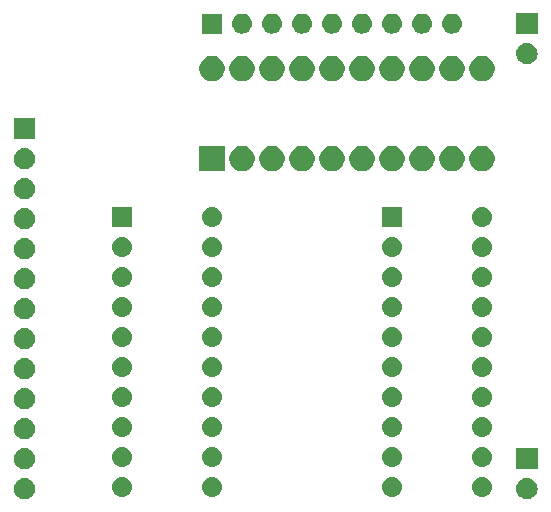
<source format=gts>
G04 #@! TF.GenerationSoftware,KiCad,Pcbnew,5.0.2+dfsg1-1*
G04 #@! TF.CreationDate,2019-07-26T08:48:25+02:00*
G04 #@! TF.ProjectId,Register,52656769-7374-4657-922e-6b696361645f,rev?*
G04 #@! TF.SameCoordinates,Original*
G04 #@! TF.FileFunction,Soldermask,Top*
G04 #@! TF.FilePolarity,Negative*
%FSLAX46Y46*%
G04 Gerber Fmt 4.6, Leading zero omitted, Abs format (unit mm)*
G04 Created by KiCad (PCBNEW 5.0.2+dfsg1-1) date vr 26 jul 2019 08:48:25 CEST*
%MOMM*%
%LPD*%
G01*
G04 APERTURE LIST*
%ADD10C,0.100000*%
G04 APERTURE END LIST*
D10*
G36*
X76310442Y-62605518D02*
X76376627Y-62612037D01*
X76489853Y-62646384D01*
X76546467Y-62663557D01*
X76685087Y-62737652D01*
X76702991Y-62747222D01*
X76728724Y-62768341D01*
X76840186Y-62859814D01*
X76923448Y-62961271D01*
X76952778Y-62997009D01*
X76952779Y-62997011D01*
X77036443Y-63153533D01*
X77036443Y-63153534D01*
X77087963Y-63323373D01*
X77105359Y-63500000D01*
X77087963Y-63676627D01*
X77053616Y-63789853D01*
X77036443Y-63846467D01*
X76966318Y-63977659D01*
X76952778Y-64002991D01*
X76923448Y-64038729D01*
X76840186Y-64140186D01*
X76753060Y-64211687D01*
X76702991Y-64252778D01*
X76702989Y-64252779D01*
X76546467Y-64336443D01*
X76489853Y-64353616D01*
X76376627Y-64387963D01*
X76310442Y-64394482D01*
X76244260Y-64401000D01*
X76155740Y-64401000D01*
X76089558Y-64394482D01*
X76023373Y-64387963D01*
X75910147Y-64353616D01*
X75853533Y-64336443D01*
X75697011Y-64252779D01*
X75697009Y-64252778D01*
X75646940Y-64211687D01*
X75559814Y-64140186D01*
X75476552Y-64038729D01*
X75447222Y-64002991D01*
X75433682Y-63977659D01*
X75363557Y-63846467D01*
X75346384Y-63789853D01*
X75312037Y-63676627D01*
X75294641Y-63500000D01*
X75312037Y-63323373D01*
X75363557Y-63153534D01*
X75363557Y-63153533D01*
X75447221Y-62997011D01*
X75447222Y-62997009D01*
X75476552Y-62961271D01*
X75559814Y-62859814D01*
X75671276Y-62768341D01*
X75697009Y-62747222D01*
X75714913Y-62737652D01*
X75853533Y-62663557D01*
X75910147Y-62646384D01*
X76023373Y-62612037D01*
X76089558Y-62605518D01*
X76155740Y-62599000D01*
X76244260Y-62599000D01*
X76310442Y-62605518D01*
X76310442Y-62605518D01*
G37*
G36*
X33765442Y-62605518D02*
X33831627Y-62612037D01*
X33944853Y-62646384D01*
X34001467Y-62663557D01*
X34140087Y-62737652D01*
X34157991Y-62747222D01*
X34183724Y-62768341D01*
X34295186Y-62859814D01*
X34378448Y-62961271D01*
X34407778Y-62997009D01*
X34407779Y-62997011D01*
X34491443Y-63153533D01*
X34491443Y-63153534D01*
X34542963Y-63323373D01*
X34560359Y-63500000D01*
X34542963Y-63676627D01*
X34508616Y-63789853D01*
X34491443Y-63846467D01*
X34421318Y-63977659D01*
X34407778Y-64002991D01*
X34378448Y-64038729D01*
X34295186Y-64140186D01*
X34208060Y-64211687D01*
X34157991Y-64252778D01*
X34157989Y-64252779D01*
X34001467Y-64336443D01*
X33944853Y-64353616D01*
X33831627Y-64387963D01*
X33765442Y-64394482D01*
X33699260Y-64401000D01*
X33610740Y-64401000D01*
X33544558Y-64394482D01*
X33478373Y-64387963D01*
X33365147Y-64353616D01*
X33308533Y-64336443D01*
X33152011Y-64252779D01*
X33152009Y-64252778D01*
X33101940Y-64211687D01*
X33014814Y-64140186D01*
X32931552Y-64038729D01*
X32902222Y-64002991D01*
X32888682Y-63977659D01*
X32818557Y-63846467D01*
X32801384Y-63789853D01*
X32767037Y-63676627D01*
X32749641Y-63500000D01*
X32767037Y-63323373D01*
X32818557Y-63153534D01*
X32818557Y-63153533D01*
X32902221Y-62997011D01*
X32902222Y-62997009D01*
X32931552Y-62961271D01*
X33014814Y-62859814D01*
X33126276Y-62768341D01*
X33152009Y-62747222D01*
X33169913Y-62737652D01*
X33308533Y-62663557D01*
X33365147Y-62646384D01*
X33478373Y-62612037D01*
X33544558Y-62605518D01*
X33610740Y-62599000D01*
X33699260Y-62599000D01*
X33765442Y-62605518D01*
X33765442Y-62605518D01*
G37*
G36*
X64936821Y-62534313D02*
X64936824Y-62534314D01*
X64936825Y-62534314D01*
X65097239Y-62582975D01*
X65097241Y-62582976D01*
X65097244Y-62582977D01*
X65245078Y-62661995D01*
X65374659Y-62768341D01*
X65481005Y-62897922D01*
X65560023Y-63045756D01*
X65560024Y-63045759D01*
X65560025Y-63045761D01*
X65608686Y-63206175D01*
X65608687Y-63206179D01*
X65625117Y-63373000D01*
X65608687Y-63539821D01*
X65608686Y-63539824D01*
X65608686Y-63539825D01*
X65567188Y-63676627D01*
X65560023Y-63700244D01*
X65481005Y-63848078D01*
X65374659Y-63977659D01*
X65245078Y-64084005D01*
X65097244Y-64163023D01*
X65097241Y-64163024D01*
X65097239Y-64163025D01*
X64936825Y-64211686D01*
X64936824Y-64211686D01*
X64936821Y-64211687D01*
X64811804Y-64224000D01*
X64728196Y-64224000D01*
X64603179Y-64211687D01*
X64603176Y-64211686D01*
X64603175Y-64211686D01*
X64442761Y-64163025D01*
X64442759Y-64163024D01*
X64442756Y-64163023D01*
X64294922Y-64084005D01*
X64165341Y-63977659D01*
X64058995Y-63848078D01*
X63979977Y-63700244D01*
X63972813Y-63676627D01*
X63931314Y-63539825D01*
X63931314Y-63539824D01*
X63931313Y-63539821D01*
X63914883Y-63373000D01*
X63931313Y-63206179D01*
X63931314Y-63206175D01*
X63979975Y-63045761D01*
X63979976Y-63045759D01*
X63979977Y-63045756D01*
X64058995Y-62897922D01*
X64165341Y-62768341D01*
X64294922Y-62661995D01*
X64442756Y-62582977D01*
X64442759Y-62582976D01*
X64442761Y-62582975D01*
X64603175Y-62534314D01*
X64603176Y-62534314D01*
X64603179Y-62534313D01*
X64728196Y-62522000D01*
X64811804Y-62522000D01*
X64936821Y-62534313D01*
X64936821Y-62534313D01*
G37*
G36*
X72556821Y-62534313D02*
X72556824Y-62534314D01*
X72556825Y-62534314D01*
X72717239Y-62582975D01*
X72717241Y-62582976D01*
X72717244Y-62582977D01*
X72865078Y-62661995D01*
X72994659Y-62768341D01*
X73101005Y-62897922D01*
X73180023Y-63045756D01*
X73180024Y-63045759D01*
X73180025Y-63045761D01*
X73228686Y-63206175D01*
X73228687Y-63206179D01*
X73245117Y-63373000D01*
X73228687Y-63539821D01*
X73228686Y-63539824D01*
X73228686Y-63539825D01*
X73187188Y-63676627D01*
X73180023Y-63700244D01*
X73101005Y-63848078D01*
X72994659Y-63977659D01*
X72865078Y-64084005D01*
X72717244Y-64163023D01*
X72717241Y-64163024D01*
X72717239Y-64163025D01*
X72556825Y-64211686D01*
X72556824Y-64211686D01*
X72556821Y-64211687D01*
X72431804Y-64224000D01*
X72348196Y-64224000D01*
X72223179Y-64211687D01*
X72223176Y-64211686D01*
X72223175Y-64211686D01*
X72062761Y-64163025D01*
X72062759Y-64163024D01*
X72062756Y-64163023D01*
X71914922Y-64084005D01*
X71785341Y-63977659D01*
X71678995Y-63848078D01*
X71599977Y-63700244D01*
X71592813Y-63676627D01*
X71551314Y-63539825D01*
X71551314Y-63539824D01*
X71551313Y-63539821D01*
X71534883Y-63373000D01*
X71551313Y-63206179D01*
X71551314Y-63206175D01*
X71599975Y-63045761D01*
X71599976Y-63045759D01*
X71599977Y-63045756D01*
X71678995Y-62897922D01*
X71785341Y-62768341D01*
X71914922Y-62661995D01*
X72062756Y-62582977D01*
X72062759Y-62582976D01*
X72062761Y-62582975D01*
X72223175Y-62534314D01*
X72223176Y-62534314D01*
X72223179Y-62534313D01*
X72348196Y-62522000D01*
X72431804Y-62522000D01*
X72556821Y-62534313D01*
X72556821Y-62534313D01*
G37*
G36*
X49696821Y-62534313D02*
X49696824Y-62534314D01*
X49696825Y-62534314D01*
X49857239Y-62582975D01*
X49857241Y-62582976D01*
X49857244Y-62582977D01*
X50005078Y-62661995D01*
X50134659Y-62768341D01*
X50241005Y-62897922D01*
X50320023Y-63045756D01*
X50320024Y-63045759D01*
X50320025Y-63045761D01*
X50368686Y-63206175D01*
X50368687Y-63206179D01*
X50385117Y-63373000D01*
X50368687Y-63539821D01*
X50368686Y-63539824D01*
X50368686Y-63539825D01*
X50327188Y-63676627D01*
X50320023Y-63700244D01*
X50241005Y-63848078D01*
X50134659Y-63977659D01*
X50005078Y-64084005D01*
X49857244Y-64163023D01*
X49857241Y-64163024D01*
X49857239Y-64163025D01*
X49696825Y-64211686D01*
X49696824Y-64211686D01*
X49696821Y-64211687D01*
X49571804Y-64224000D01*
X49488196Y-64224000D01*
X49363179Y-64211687D01*
X49363176Y-64211686D01*
X49363175Y-64211686D01*
X49202761Y-64163025D01*
X49202759Y-64163024D01*
X49202756Y-64163023D01*
X49054922Y-64084005D01*
X48925341Y-63977659D01*
X48818995Y-63848078D01*
X48739977Y-63700244D01*
X48732813Y-63676627D01*
X48691314Y-63539825D01*
X48691314Y-63539824D01*
X48691313Y-63539821D01*
X48674883Y-63373000D01*
X48691313Y-63206179D01*
X48691314Y-63206175D01*
X48739975Y-63045761D01*
X48739976Y-63045759D01*
X48739977Y-63045756D01*
X48818995Y-62897922D01*
X48925341Y-62768341D01*
X49054922Y-62661995D01*
X49202756Y-62582977D01*
X49202759Y-62582976D01*
X49202761Y-62582975D01*
X49363175Y-62534314D01*
X49363176Y-62534314D01*
X49363179Y-62534313D01*
X49488196Y-62522000D01*
X49571804Y-62522000D01*
X49696821Y-62534313D01*
X49696821Y-62534313D01*
G37*
G36*
X42076821Y-62534313D02*
X42076824Y-62534314D01*
X42076825Y-62534314D01*
X42237239Y-62582975D01*
X42237241Y-62582976D01*
X42237244Y-62582977D01*
X42385078Y-62661995D01*
X42514659Y-62768341D01*
X42621005Y-62897922D01*
X42700023Y-63045756D01*
X42700024Y-63045759D01*
X42700025Y-63045761D01*
X42748686Y-63206175D01*
X42748687Y-63206179D01*
X42765117Y-63373000D01*
X42748687Y-63539821D01*
X42748686Y-63539824D01*
X42748686Y-63539825D01*
X42707188Y-63676627D01*
X42700023Y-63700244D01*
X42621005Y-63848078D01*
X42514659Y-63977659D01*
X42385078Y-64084005D01*
X42237244Y-64163023D01*
X42237241Y-64163024D01*
X42237239Y-64163025D01*
X42076825Y-64211686D01*
X42076824Y-64211686D01*
X42076821Y-64211687D01*
X41951804Y-64224000D01*
X41868196Y-64224000D01*
X41743179Y-64211687D01*
X41743176Y-64211686D01*
X41743175Y-64211686D01*
X41582761Y-64163025D01*
X41582759Y-64163024D01*
X41582756Y-64163023D01*
X41434922Y-64084005D01*
X41305341Y-63977659D01*
X41198995Y-63848078D01*
X41119977Y-63700244D01*
X41112813Y-63676627D01*
X41071314Y-63539825D01*
X41071314Y-63539824D01*
X41071313Y-63539821D01*
X41054883Y-63373000D01*
X41071313Y-63206179D01*
X41071314Y-63206175D01*
X41119975Y-63045761D01*
X41119976Y-63045759D01*
X41119977Y-63045756D01*
X41198995Y-62897922D01*
X41305341Y-62768341D01*
X41434922Y-62661995D01*
X41582756Y-62582977D01*
X41582759Y-62582976D01*
X41582761Y-62582975D01*
X41743175Y-62534314D01*
X41743176Y-62534314D01*
X41743179Y-62534313D01*
X41868196Y-62522000D01*
X41951804Y-62522000D01*
X42076821Y-62534313D01*
X42076821Y-62534313D01*
G37*
G36*
X77101000Y-61861000D02*
X75299000Y-61861000D01*
X75299000Y-60059000D01*
X77101000Y-60059000D01*
X77101000Y-61861000D01*
X77101000Y-61861000D01*
G37*
G36*
X33765442Y-60065518D02*
X33831627Y-60072037D01*
X33944853Y-60106384D01*
X34001467Y-60123557D01*
X34140087Y-60197652D01*
X34157991Y-60207222D01*
X34183724Y-60228341D01*
X34295186Y-60319814D01*
X34378448Y-60421271D01*
X34407778Y-60457009D01*
X34407779Y-60457011D01*
X34491443Y-60613533D01*
X34491443Y-60613534D01*
X34542963Y-60783373D01*
X34560359Y-60960000D01*
X34542963Y-61136627D01*
X34508616Y-61249853D01*
X34491443Y-61306467D01*
X34421318Y-61437659D01*
X34407778Y-61462991D01*
X34378448Y-61498729D01*
X34295186Y-61600186D01*
X34208060Y-61671687D01*
X34157991Y-61712778D01*
X34157989Y-61712779D01*
X34001467Y-61796443D01*
X33944853Y-61813616D01*
X33831627Y-61847963D01*
X33765443Y-61854481D01*
X33699260Y-61861000D01*
X33610740Y-61861000D01*
X33544557Y-61854481D01*
X33478373Y-61847963D01*
X33365147Y-61813616D01*
X33308533Y-61796443D01*
X33152011Y-61712779D01*
X33152009Y-61712778D01*
X33101940Y-61671687D01*
X33014814Y-61600186D01*
X32931552Y-61498729D01*
X32902222Y-61462991D01*
X32888682Y-61437659D01*
X32818557Y-61306467D01*
X32801384Y-61249853D01*
X32767037Y-61136627D01*
X32749641Y-60960000D01*
X32767037Y-60783373D01*
X32818557Y-60613534D01*
X32818557Y-60613533D01*
X32902221Y-60457011D01*
X32902222Y-60457009D01*
X32931552Y-60421271D01*
X33014814Y-60319814D01*
X33126276Y-60228341D01*
X33152009Y-60207222D01*
X33169913Y-60197652D01*
X33308533Y-60123557D01*
X33365147Y-60106384D01*
X33478373Y-60072037D01*
X33544558Y-60065518D01*
X33610740Y-60059000D01*
X33699260Y-60059000D01*
X33765442Y-60065518D01*
X33765442Y-60065518D01*
G37*
G36*
X64936821Y-59994313D02*
X64936824Y-59994314D01*
X64936825Y-59994314D01*
X65097239Y-60042975D01*
X65097241Y-60042976D01*
X65097244Y-60042977D01*
X65245078Y-60121995D01*
X65374659Y-60228341D01*
X65481005Y-60357922D01*
X65560023Y-60505756D01*
X65560024Y-60505759D01*
X65560025Y-60505761D01*
X65608686Y-60666175D01*
X65608687Y-60666179D01*
X65625117Y-60833000D01*
X65608687Y-60999821D01*
X65608686Y-60999824D01*
X65608686Y-60999825D01*
X65567188Y-61136627D01*
X65560023Y-61160244D01*
X65481005Y-61308078D01*
X65374659Y-61437659D01*
X65245078Y-61544005D01*
X65097244Y-61623023D01*
X65097241Y-61623024D01*
X65097239Y-61623025D01*
X64936825Y-61671686D01*
X64936824Y-61671686D01*
X64936821Y-61671687D01*
X64811804Y-61684000D01*
X64728196Y-61684000D01*
X64603179Y-61671687D01*
X64603176Y-61671686D01*
X64603175Y-61671686D01*
X64442761Y-61623025D01*
X64442759Y-61623024D01*
X64442756Y-61623023D01*
X64294922Y-61544005D01*
X64165341Y-61437659D01*
X64058995Y-61308078D01*
X63979977Y-61160244D01*
X63972813Y-61136627D01*
X63931314Y-60999825D01*
X63931314Y-60999824D01*
X63931313Y-60999821D01*
X63914883Y-60833000D01*
X63931313Y-60666179D01*
X63931314Y-60666175D01*
X63979975Y-60505761D01*
X63979976Y-60505759D01*
X63979977Y-60505756D01*
X64058995Y-60357922D01*
X64165341Y-60228341D01*
X64294922Y-60121995D01*
X64442756Y-60042977D01*
X64442759Y-60042976D01*
X64442761Y-60042975D01*
X64603175Y-59994314D01*
X64603176Y-59994314D01*
X64603179Y-59994313D01*
X64728196Y-59982000D01*
X64811804Y-59982000D01*
X64936821Y-59994313D01*
X64936821Y-59994313D01*
G37*
G36*
X42076821Y-59994313D02*
X42076824Y-59994314D01*
X42076825Y-59994314D01*
X42237239Y-60042975D01*
X42237241Y-60042976D01*
X42237244Y-60042977D01*
X42385078Y-60121995D01*
X42514659Y-60228341D01*
X42621005Y-60357922D01*
X42700023Y-60505756D01*
X42700024Y-60505759D01*
X42700025Y-60505761D01*
X42748686Y-60666175D01*
X42748687Y-60666179D01*
X42765117Y-60833000D01*
X42748687Y-60999821D01*
X42748686Y-60999824D01*
X42748686Y-60999825D01*
X42707188Y-61136627D01*
X42700023Y-61160244D01*
X42621005Y-61308078D01*
X42514659Y-61437659D01*
X42385078Y-61544005D01*
X42237244Y-61623023D01*
X42237241Y-61623024D01*
X42237239Y-61623025D01*
X42076825Y-61671686D01*
X42076824Y-61671686D01*
X42076821Y-61671687D01*
X41951804Y-61684000D01*
X41868196Y-61684000D01*
X41743179Y-61671687D01*
X41743176Y-61671686D01*
X41743175Y-61671686D01*
X41582761Y-61623025D01*
X41582759Y-61623024D01*
X41582756Y-61623023D01*
X41434922Y-61544005D01*
X41305341Y-61437659D01*
X41198995Y-61308078D01*
X41119977Y-61160244D01*
X41112813Y-61136627D01*
X41071314Y-60999825D01*
X41071314Y-60999824D01*
X41071313Y-60999821D01*
X41054883Y-60833000D01*
X41071313Y-60666179D01*
X41071314Y-60666175D01*
X41119975Y-60505761D01*
X41119976Y-60505759D01*
X41119977Y-60505756D01*
X41198995Y-60357922D01*
X41305341Y-60228341D01*
X41434922Y-60121995D01*
X41582756Y-60042977D01*
X41582759Y-60042976D01*
X41582761Y-60042975D01*
X41743175Y-59994314D01*
X41743176Y-59994314D01*
X41743179Y-59994313D01*
X41868196Y-59982000D01*
X41951804Y-59982000D01*
X42076821Y-59994313D01*
X42076821Y-59994313D01*
G37*
G36*
X72556821Y-59994313D02*
X72556824Y-59994314D01*
X72556825Y-59994314D01*
X72717239Y-60042975D01*
X72717241Y-60042976D01*
X72717244Y-60042977D01*
X72865078Y-60121995D01*
X72994659Y-60228341D01*
X73101005Y-60357922D01*
X73180023Y-60505756D01*
X73180024Y-60505759D01*
X73180025Y-60505761D01*
X73228686Y-60666175D01*
X73228687Y-60666179D01*
X73245117Y-60833000D01*
X73228687Y-60999821D01*
X73228686Y-60999824D01*
X73228686Y-60999825D01*
X73187188Y-61136627D01*
X73180023Y-61160244D01*
X73101005Y-61308078D01*
X72994659Y-61437659D01*
X72865078Y-61544005D01*
X72717244Y-61623023D01*
X72717241Y-61623024D01*
X72717239Y-61623025D01*
X72556825Y-61671686D01*
X72556824Y-61671686D01*
X72556821Y-61671687D01*
X72431804Y-61684000D01*
X72348196Y-61684000D01*
X72223179Y-61671687D01*
X72223176Y-61671686D01*
X72223175Y-61671686D01*
X72062761Y-61623025D01*
X72062759Y-61623024D01*
X72062756Y-61623023D01*
X71914922Y-61544005D01*
X71785341Y-61437659D01*
X71678995Y-61308078D01*
X71599977Y-61160244D01*
X71592813Y-61136627D01*
X71551314Y-60999825D01*
X71551314Y-60999824D01*
X71551313Y-60999821D01*
X71534883Y-60833000D01*
X71551313Y-60666179D01*
X71551314Y-60666175D01*
X71599975Y-60505761D01*
X71599976Y-60505759D01*
X71599977Y-60505756D01*
X71678995Y-60357922D01*
X71785341Y-60228341D01*
X71914922Y-60121995D01*
X72062756Y-60042977D01*
X72062759Y-60042976D01*
X72062761Y-60042975D01*
X72223175Y-59994314D01*
X72223176Y-59994314D01*
X72223179Y-59994313D01*
X72348196Y-59982000D01*
X72431804Y-59982000D01*
X72556821Y-59994313D01*
X72556821Y-59994313D01*
G37*
G36*
X49696821Y-59994313D02*
X49696824Y-59994314D01*
X49696825Y-59994314D01*
X49857239Y-60042975D01*
X49857241Y-60042976D01*
X49857244Y-60042977D01*
X50005078Y-60121995D01*
X50134659Y-60228341D01*
X50241005Y-60357922D01*
X50320023Y-60505756D01*
X50320024Y-60505759D01*
X50320025Y-60505761D01*
X50368686Y-60666175D01*
X50368687Y-60666179D01*
X50385117Y-60833000D01*
X50368687Y-60999821D01*
X50368686Y-60999824D01*
X50368686Y-60999825D01*
X50327188Y-61136627D01*
X50320023Y-61160244D01*
X50241005Y-61308078D01*
X50134659Y-61437659D01*
X50005078Y-61544005D01*
X49857244Y-61623023D01*
X49857241Y-61623024D01*
X49857239Y-61623025D01*
X49696825Y-61671686D01*
X49696824Y-61671686D01*
X49696821Y-61671687D01*
X49571804Y-61684000D01*
X49488196Y-61684000D01*
X49363179Y-61671687D01*
X49363176Y-61671686D01*
X49363175Y-61671686D01*
X49202761Y-61623025D01*
X49202759Y-61623024D01*
X49202756Y-61623023D01*
X49054922Y-61544005D01*
X48925341Y-61437659D01*
X48818995Y-61308078D01*
X48739977Y-61160244D01*
X48732813Y-61136627D01*
X48691314Y-60999825D01*
X48691314Y-60999824D01*
X48691313Y-60999821D01*
X48674883Y-60833000D01*
X48691313Y-60666179D01*
X48691314Y-60666175D01*
X48739975Y-60505761D01*
X48739976Y-60505759D01*
X48739977Y-60505756D01*
X48818995Y-60357922D01*
X48925341Y-60228341D01*
X49054922Y-60121995D01*
X49202756Y-60042977D01*
X49202759Y-60042976D01*
X49202761Y-60042975D01*
X49363175Y-59994314D01*
X49363176Y-59994314D01*
X49363179Y-59994313D01*
X49488196Y-59982000D01*
X49571804Y-59982000D01*
X49696821Y-59994313D01*
X49696821Y-59994313D01*
G37*
G36*
X33765443Y-57525519D02*
X33831627Y-57532037D01*
X33944853Y-57566384D01*
X34001467Y-57583557D01*
X34140087Y-57657652D01*
X34157991Y-57667222D01*
X34183724Y-57688341D01*
X34295186Y-57779814D01*
X34378448Y-57881271D01*
X34407778Y-57917009D01*
X34407779Y-57917011D01*
X34491443Y-58073533D01*
X34491443Y-58073534D01*
X34542963Y-58243373D01*
X34560359Y-58420000D01*
X34542963Y-58596627D01*
X34508616Y-58709853D01*
X34491443Y-58766467D01*
X34421318Y-58897659D01*
X34407778Y-58922991D01*
X34378448Y-58958729D01*
X34295186Y-59060186D01*
X34208060Y-59131687D01*
X34157991Y-59172778D01*
X34157989Y-59172779D01*
X34001467Y-59256443D01*
X33944853Y-59273616D01*
X33831627Y-59307963D01*
X33765442Y-59314482D01*
X33699260Y-59321000D01*
X33610740Y-59321000D01*
X33544558Y-59314482D01*
X33478373Y-59307963D01*
X33365147Y-59273616D01*
X33308533Y-59256443D01*
X33152011Y-59172779D01*
X33152009Y-59172778D01*
X33101940Y-59131687D01*
X33014814Y-59060186D01*
X32931552Y-58958729D01*
X32902222Y-58922991D01*
X32888682Y-58897659D01*
X32818557Y-58766467D01*
X32801384Y-58709853D01*
X32767037Y-58596627D01*
X32749641Y-58420000D01*
X32767037Y-58243373D01*
X32818557Y-58073534D01*
X32818557Y-58073533D01*
X32902221Y-57917011D01*
X32902222Y-57917009D01*
X32931552Y-57881271D01*
X33014814Y-57779814D01*
X33126276Y-57688341D01*
X33152009Y-57667222D01*
X33169913Y-57657652D01*
X33308533Y-57583557D01*
X33365147Y-57566384D01*
X33478373Y-57532037D01*
X33544557Y-57525519D01*
X33610740Y-57519000D01*
X33699260Y-57519000D01*
X33765443Y-57525519D01*
X33765443Y-57525519D01*
G37*
G36*
X49696821Y-57454313D02*
X49696824Y-57454314D01*
X49696825Y-57454314D01*
X49857239Y-57502975D01*
X49857241Y-57502976D01*
X49857244Y-57502977D01*
X50005078Y-57581995D01*
X50134659Y-57688341D01*
X50241005Y-57817922D01*
X50320023Y-57965756D01*
X50320024Y-57965759D01*
X50320025Y-57965761D01*
X50368686Y-58126175D01*
X50368687Y-58126179D01*
X50385117Y-58293000D01*
X50368687Y-58459821D01*
X50368686Y-58459824D01*
X50368686Y-58459825D01*
X50327188Y-58596627D01*
X50320023Y-58620244D01*
X50241005Y-58768078D01*
X50134659Y-58897659D01*
X50005078Y-59004005D01*
X49857244Y-59083023D01*
X49857241Y-59083024D01*
X49857239Y-59083025D01*
X49696825Y-59131686D01*
X49696824Y-59131686D01*
X49696821Y-59131687D01*
X49571804Y-59144000D01*
X49488196Y-59144000D01*
X49363179Y-59131687D01*
X49363176Y-59131686D01*
X49363175Y-59131686D01*
X49202761Y-59083025D01*
X49202759Y-59083024D01*
X49202756Y-59083023D01*
X49054922Y-59004005D01*
X48925341Y-58897659D01*
X48818995Y-58768078D01*
X48739977Y-58620244D01*
X48732813Y-58596627D01*
X48691314Y-58459825D01*
X48691314Y-58459824D01*
X48691313Y-58459821D01*
X48674883Y-58293000D01*
X48691313Y-58126179D01*
X48691314Y-58126175D01*
X48739975Y-57965761D01*
X48739976Y-57965759D01*
X48739977Y-57965756D01*
X48818995Y-57817922D01*
X48925341Y-57688341D01*
X49054922Y-57581995D01*
X49202756Y-57502977D01*
X49202759Y-57502976D01*
X49202761Y-57502975D01*
X49363175Y-57454314D01*
X49363176Y-57454314D01*
X49363179Y-57454313D01*
X49488196Y-57442000D01*
X49571804Y-57442000D01*
X49696821Y-57454313D01*
X49696821Y-57454313D01*
G37*
G36*
X72556821Y-57454313D02*
X72556824Y-57454314D01*
X72556825Y-57454314D01*
X72717239Y-57502975D01*
X72717241Y-57502976D01*
X72717244Y-57502977D01*
X72865078Y-57581995D01*
X72994659Y-57688341D01*
X73101005Y-57817922D01*
X73180023Y-57965756D01*
X73180024Y-57965759D01*
X73180025Y-57965761D01*
X73228686Y-58126175D01*
X73228687Y-58126179D01*
X73245117Y-58293000D01*
X73228687Y-58459821D01*
X73228686Y-58459824D01*
X73228686Y-58459825D01*
X73187188Y-58596627D01*
X73180023Y-58620244D01*
X73101005Y-58768078D01*
X72994659Y-58897659D01*
X72865078Y-59004005D01*
X72717244Y-59083023D01*
X72717241Y-59083024D01*
X72717239Y-59083025D01*
X72556825Y-59131686D01*
X72556824Y-59131686D01*
X72556821Y-59131687D01*
X72431804Y-59144000D01*
X72348196Y-59144000D01*
X72223179Y-59131687D01*
X72223176Y-59131686D01*
X72223175Y-59131686D01*
X72062761Y-59083025D01*
X72062759Y-59083024D01*
X72062756Y-59083023D01*
X71914922Y-59004005D01*
X71785341Y-58897659D01*
X71678995Y-58768078D01*
X71599977Y-58620244D01*
X71592813Y-58596627D01*
X71551314Y-58459825D01*
X71551314Y-58459824D01*
X71551313Y-58459821D01*
X71534883Y-58293000D01*
X71551313Y-58126179D01*
X71551314Y-58126175D01*
X71599975Y-57965761D01*
X71599976Y-57965759D01*
X71599977Y-57965756D01*
X71678995Y-57817922D01*
X71785341Y-57688341D01*
X71914922Y-57581995D01*
X72062756Y-57502977D01*
X72062759Y-57502976D01*
X72062761Y-57502975D01*
X72223175Y-57454314D01*
X72223176Y-57454314D01*
X72223179Y-57454313D01*
X72348196Y-57442000D01*
X72431804Y-57442000D01*
X72556821Y-57454313D01*
X72556821Y-57454313D01*
G37*
G36*
X42076821Y-57454313D02*
X42076824Y-57454314D01*
X42076825Y-57454314D01*
X42237239Y-57502975D01*
X42237241Y-57502976D01*
X42237244Y-57502977D01*
X42385078Y-57581995D01*
X42514659Y-57688341D01*
X42621005Y-57817922D01*
X42700023Y-57965756D01*
X42700024Y-57965759D01*
X42700025Y-57965761D01*
X42748686Y-58126175D01*
X42748687Y-58126179D01*
X42765117Y-58293000D01*
X42748687Y-58459821D01*
X42748686Y-58459824D01*
X42748686Y-58459825D01*
X42707188Y-58596627D01*
X42700023Y-58620244D01*
X42621005Y-58768078D01*
X42514659Y-58897659D01*
X42385078Y-59004005D01*
X42237244Y-59083023D01*
X42237241Y-59083024D01*
X42237239Y-59083025D01*
X42076825Y-59131686D01*
X42076824Y-59131686D01*
X42076821Y-59131687D01*
X41951804Y-59144000D01*
X41868196Y-59144000D01*
X41743179Y-59131687D01*
X41743176Y-59131686D01*
X41743175Y-59131686D01*
X41582761Y-59083025D01*
X41582759Y-59083024D01*
X41582756Y-59083023D01*
X41434922Y-59004005D01*
X41305341Y-58897659D01*
X41198995Y-58768078D01*
X41119977Y-58620244D01*
X41112813Y-58596627D01*
X41071314Y-58459825D01*
X41071314Y-58459824D01*
X41071313Y-58459821D01*
X41054883Y-58293000D01*
X41071313Y-58126179D01*
X41071314Y-58126175D01*
X41119975Y-57965761D01*
X41119976Y-57965759D01*
X41119977Y-57965756D01*
X41198995Y-57817922D01*
X41305341Y-57688341D01*
X41434922Y-57581995D01*
X41582756Y-57502977D01*
X41582759Y-57502976D01*
X41582761Y-57502975D01*
X41743175Y-57454314D01*
X41743176Y-57454314D01*
X41743179Y-57454313D01*
X41868196Y-57442000D01*
X41951804Y-57442000D01*
X42076821Y-57454313D01*
X42076821Y-57454313D01*
G37*
G36*
X64936821Y-57454313D02*
X64936824Y-57454314D01*
X64936825Y-57454314D01*
X65097239Y-57502975D01*
X65097241Y-57502976D01*
X65097244Y-57502977D01*
X65245078Y-57581995D01*
X65374659Y-57688341D01*
X65481005Y-57817922D01*
X65560023Y-57965756D01*
X65560024Y-57965759D01*
X65560025Y-57965761D01*
X65608686Y-58126175D01*
X65608687Y-58126179D01*
X65625117Y-58293000D01*
X65608687Y-58459821D01*
X65608686Y-58459824D01*
X65608686Y-58459825D01*
X65567188Y-58596627D01*
X65560023Y-58620244D01*
X65481005Y-58768078D01*
X65374659Y-58897659D01*
X65245078Y-59004005D01*
X65097244Y-59083023D01*
X65097241Y-59083024D01*
X65097239Y-59083025D01*
X64936825Y-59131686D01*
X64936824Y-59131686D01*
X64936821Y-59131687D01*
X64811804Y-59144000D01*
X64728196Y-59144000D01*
X64603179Y-59131687D01*
X64603176Y-59131686D01*
X64603175Y-59131686D01*
X64442761Y-59083025D01*
X64442759Y-59083024D01*
X64442756Y-59083023D01*
X64294922Y-59004005D01*
X64165341Y-58897659D01*
X64058995Y-58768078D01*
X63979977Y-58620244D01*
X63972813Y-58596627D01*
X63931314Y-58459825D01*
X63931314Y-58459824D01*
X63931313Y-58459821D01*
X63914883Y-58293000D01*
X63931313Y-58126179D01*
X63931314Y-58126175D01*
X63979975Y-57965761D01*
X63979976Y-57965759D01*
X63979977Y-57965756D01*
X64058995Y-57817922D01*
X64165341Y-57688341D01*
X64294922Y-57581995D01*
X64442756Y-57502977D01*
X64442759Y-57502976D01*
X64442761Y-57502975D01*
X64603175Y-57454314D01*
X64603176Y-57454314D01*
X64603179Y-57454313D01*
X64728196Y-57442000D01*
X64811804Y-57442000D01*
X64936821Y-57454313D01*
X64936821Y-57454313D01*
G37*
G36*
X33765443Y-54985519D02*
X33831627Y-54992037D01*
X33944853Y-55026384D01*
X34001467Y-55043557D01*
X34140087Y-55117652D01*
X34157991Y-55127222D01*
X34183724Y-55148341D01*
X34295186Y-55239814D01*
X34378448Y-55341271D01*
X34407778Y-55377009D01*
X34407779Y-55377011D01*
X34491443Y-55533533D01*
X34491443Y-55533534D01*
X34542963Y-55703373D01*
X34560359Y-55880000D01*
X34542963Y-56056627D01*
X34508616Y-56169853D01*
X34491443Y-56226467D01*
X34421318Y-56357659D01*
X34407778Y-56382991D01*
X34378448Y-56418729D01*
X34295186Y-56520186D01*
X34208060Y-56591687D01*
X34157991Y-56632778D01*
X34157989Y-56632779D01*
X34001467Y-56716443D01*
X33944853Y-56733616D01*
X33831627Y-56767963D01*
X33765443Y-56774481D01*
X33699260Y-56781000D01*
X33610740Y-56781000D01*
X33544557Y-56774481D01*
X33478373Y-56767963D01*
X33365147Y-56733616D01*
X33308533Y-56716443D01*
X33152011Y-56632779D01*
X33152009Y-56632778D01*
X33101940Y-56591687D01*
X33014814Y-56520186D01*
X32931552Y-56418729D01*
X32902222Y-56382991D01*
X32888682Y-56357659D01*
X32818557Y-56226467D01*
X32801384Y-56169853D01*
X32767037Y-56056627D01*
X32749641Y-55880000D01*
X32767037Y-55703373D01*
X32818557Y-55533534D01*
X32818557Y-55533533D01*
X32902221Y-55377011D01*
X32902222Y-55377009D01*
X32931552Y-55341271D01*
X33014814Y-55239814D01*
X33126276Y-55148341D01*
X33152009Y-55127222D01*
X33169913Y-55117652D01*
X33308533Y-55043557D01*
X33365147Y-55026384D01*
X33478373Y-54992037D01*
X33544557Y-54985519D01*
X33610740Y-54979000D01*
X33699260Y-54979000D01*
X33765443Y-54985519D01*
X33765443Y-54985519D01*
G37*
G36*
X49696821Y-54914313D02*
X49696824Y-54914314D01*
X49696825Y-54914314D01*
X49857239Y-54962975D01*
X49857241Y-54962976D01*
X49857244Y-54962977D01*
X50005078Y-55041995D01*
X50134659Y-55148341D01*
X50241005Y-55277922D01*
X50320023Y-55425756D01*
X50320024Y-55425759D01*
X50320025Y-55425761D01*
X50368686Y-55586175D01*
X50368687Y-55586179D01*
X50385117Y-55753000D01*
X50368687Y-55919821D01*
X50368686Y-55919824D01*
X50368686Y-55919825D01*
X50327188Y-56056627D01*
X50320023Y-56080244D01*
X50241005Y-56228078D01*
X50134659Y-56357659D01*
X50005078Y-56464005D01*
X49857244Y-56543023D01*
X49857241Y-56543024D01*
X49857239Y-56543025D01*
X49696825Y-56591686D01*
X49696824Y-56591686D01*
X49696821Y-56591687D01*
X49571804Y-56604000D01*
X49488196Y-56604000D01*
X49363179Y-56591687D01*
X49363176Y-56591686D01*
X49363175Y-56591686D01*
X49202761Y-56543025D01*
X49202759Y-56543024D01*
X49202756Y-56543023D01*
X49054922Y-56464005D01*
X48925341Y-56357659D01*
X48818995Y-56228078D01*
X48739977Y-56080244D01*
X48732813Y-56056627D01*
X48691314Y-55919825D01*
X48691314Y-55919824D01*
X48691313Y-55919821D01*
X48674883Y-55753000D01*
X48691313Y-55586179D01*
X48691314Y-55586175D01*
X48739975Y-55425761D01*
X48739976Y-55425759D01*
X48739977Y-55425756D01*
X48818995Y-55277922D01*
X48925341Y-55148341D01*
X49054922Y-55041995D01*
X49202756Y-54962977D01*
X49202759Y-54962976D01*
X49202761Y-54962975D01*
X49363175Y-54914314D01*
X49363176Y-54914314D01*
X49363179Y-54914313D01*
X49488196Y-54902000D01*
X49571804Y-54902000D01*
X49696821Y-54914313D01*
X49696821Y-54914313D01*
G37*
G36*
X42076821Y-54914313D02*
X42076824Y-54914314D01*
X42076825Y-54914314D01*
X42237239Y-54962975D01*
X42237241Y-54962976D01*
X42237244Y-54962977D01*
X42385078Y-55041995D01*
X42514659Y-55148341D01*
X42621005Y-55277922D01*
X42700023Y-55425756D01*
X42700024Y-55425759D01*
X42700025Y-55425761D01*
X42748686Y-55586175D01*
X42748687Y-55586179D01*
X42765117Y-55753000D01*
X42748687Y-55919821D01*
X42748686Y-55919824D01*
X42748686Y-55919825D01*
X42707188Y-56056627D01*
X42700023Y-56080244D01*
X42621005Y-56228078D01*
X42514659Y-56357659D01*
X42385078Y-56464005D01*
X42237244Y-56543023D01*
X42237241Y-56543024D01*
X42237239Y-56543025D01*
X42076825Y-56591686D01*
X42076824Y-56591686D01*
X42076821Y-56591687D01*
X41951804Y-56604000D01*
X41868196Y-56604000D01*
X41743179Y-56591687D01*
X41743176Y-56591686D01*
X41743175Y-56591686D01*
X41582761Y-56543025D01*
X41582759Y-56543024D01*
X41582756Y-56543023D01*
X41434922Y-56464005D01*
X41305341Y-56357659D01*
X41198995Y-56228078D01*
X41119977Y-56080244D01*
X41112813Y-56056627D01*
X41071314Y-55919825D01*
X41071314Y-55919824D01*
X41071313Y-55919821D01*
X41054883Y-55753000D01*
X41071313Y-55586179D01*
X41071314Y-55586175D01*
X41119975Y-55425761D01*
X41119976Y-55425759D01*
X41119977Y-55425756D01*
X41198995Y-55277922D01*
X41305341Y-55148341D01*
X41434922Y-55041995D01*
X41582756Y-54962977D01*
X41582759Y-54962976D01*
X41582761Y-54962975D01*
X41743175Y-54914314D01*
X41743176Y-54914314D01*
X41743179Y-54914313D01*
X41868196Y-54902000D01*
X41951804Y-54902000D01*
X42076821Y-54914313D01*
X42076821Y-54914313D01*
G37*
G36*
X64936821Y-54914313D02*
X64936824Y-54914314D01*
X64936825Y-54914314D01*
X65097239Y-54962975D01*
X65097241Y-54962976D01*
X65097244Y-54962977D01*
X65245078Y-55041995D01*
X65374659Y-55148341D01*
X65481005Y-55277922D01*
X65560023Y-55425756D01*
X65560024Y-55425759D01*
X65560025Y-55425761D01*
X65608686Y-55586175D01*
X65608687Y-55586179D01*
X65625117Y-55753000D01*
X65608687Y-55919821D01*
X65608686Y-55919824D01*
X65608686Y-55919825D01*
X65567188Y-56056627D01*
X65560023Y-56080244D01*
X65481005Y-56228078D01*
X65374659Y-56357659D01*
X65245078Y-56464005D01*
X65097244Y-56543023D01*
X65097241Y-56543024D01*
X65097239Y-56543025D01*
X64936825Y-56591686D01*
X64936824Y-56591686D01*
X64936821Y-56591687D01*
X64811804Y-56604000D01*
X64728196Y-56604000D01*
X64603179Y-56591687D01*
X64603176Y-56591686D01*
X64603175Y-56591686D01*
X64442761Y-56543025D01*
X64442759Y-56543024D01*
X64442756Y-56543023D01*
X64294922Y-56464005D01*
X64165341Y-56357659D01*
X64058995Y-56228078D01*
X63979977Y-56080244D01*
X63972813Y-56056627D01*
X63931314Y-55919825D01*
X63931314Y-55919824D01*
X63931313Y-55919821D01*
X63914883Y-55753000D01*
X63931313Y-55586179D01*
X63931314Y-55586175D01*
X63979975Y-55425761D01*
X63979976Y-55425759D01*
X63979977Y-55425756D01*
X64058995Y-55277922D01*
X64165341Y-55148341D01*
X64294922Y-55041995D01*
X64442756Y-54962977D01*
X64442759Y-54962976D01*
X64442761Y-54962975D01*
X64603175Y-54914314D01*
X64603176Y-54914314D01*
X64603179Y-54914313D01*
X64728196Y-54902000D01*
X64811804Y-54902000D01*
X64936821Y-54914313D01*
X64936821Y-54914313D01*
G37*
G36*
X72556821Y-54914313D02*
X72556824Y-54914314D01*
X72556825Y-54914314D01*
X72717239Y-54962975D01*
X72717241Y-54962976D01*
X72717244Y-54962977D01*
X72865078Y-55041995D01*
X72994659Y-55148341D01*
X73101005Y-55277922D01*
X73180023Y-55425756D01*
X73180024Y-55425759D01*
X73180025Y-55425761D01*
X73228686Y-55586175D01*
X73228687Y-55586179D01*
X73245117Y-55753000D01*
X73228687Y-55919821D01*
X73228686Y-55919824D01*
X73228686Y-55919825D01*
X73187188Y-56056627D01*
X73180023Y-56080244D01*
X73101005Y-56228078D01*
X72994659Y-56357659D01*
X72865078Y-56464005D01*
X72717244Y-56543023D01*
X72717241Y-56543024D01*
X72717239Y-56543025D01*
X72556825Y-56591686D01*
X72556824Y-56591686D01*
X72556821Y-56591687D01*
X72431804Y-56604000D01*
X72348196Y-56604000D01*
X72223179Y-56591687D01*
X72223176Y-56591686D01*
X72223175Y-56591686D01*
X72062761Y-56543025D01*
X72062759Y-56543024D01*
X72062756Y-56543023D01*
X71914922Y-56464005D01*
X71785341Y-56357659D01*
X71678995Y-56228078D01*
X71599977Y-56080244D01*
X71592813Y-56056627D01*
X71551314Y-55919825D01*
X71551314Y-55919824D01*
X71551313Y-55919821D01*
X71534883Y-55753000D01*
X71551313Y-55586179D01*
X71551314Y-55586175D01*
X71599975Y-55425761D01*
X71599976Y-55425759D01*
X71599977Y-55425756D01*
X71678995Y-55277922D01*
X71785341Y-55148341D01*
X71914922Y-55041995D01*
X72062756Y-54962977D01*
X72062759Y-54962976D01*
X72062761Y-54962975D01*
X72223175Y-54914314D01*
X72223176Y-54914314D01*
X72223179Y-54914313D01*
X72348196Y-54902000D01*
X72431804Y-54902000D01*
X72556821Y-54914313D01*
X72556821Y-54914313D01*
G37*
G36*
X33765443Y-52445519D02*
X33831627Y-52452037D01*
X33944853Y-52486384D01*
X34001467Y-52503557D01*
X34140087Y-52577652D01*
X34157991Y-52587222D01*
X34183724Y-52608341D01*
X34295186Y-52699814D01*
X34378448Y-52801271D01*
X34407778Y-52837009D01*
X34407779Y-52837011D01*
X34491443Y-52993533D01*
X34491443Y-52993534D01*
X34542963Y-53163373D01*
X34560359Y-53340000D01*
X34542963Y-53516627D01*
X34508616Y-53629853D01*
X34491443Y-53686467D01*
X34421318Y-53817659D01*
X34407778Y-53842991D01*
X34378448Y-53878729D01*
X34295186Y-53980186D01*
X34208060Y-54051687D01*
X34157991Y-54092778D01*
X34157989Y-54092779D01*
X34001467Y-54176443D01*
X33944853Y-54193616D01*
X33831627Y-54227963D01*
X33765442Y-54234482D01*
X33699260Y-54241000D01*
X33610740Y-54241000D01*
X33544558Y-54234482D01*
X33478373Y-54227963D01*
X33365147Y-54193616D01*
X33308533Y-54176443D01*
X33152011Y-54092779D01*
X33152009Y-54092778D01*
X33101940Y-54051687D01*
X33014814Y-53980186D01*
X32931552Y-53878729D01*
X32902222Y-53842991D01*
X32888682Y-53817659D01*
X32818557Y-53686467D01*
X32801384Y-53629853D01*
X32767037Y-53516627D01*
X32749641Y-53340000D01*
X32767037Y-53163373D01*
X32818557Y-52993534D01*
X32818557Y-52993533D01*
X32902221Y-52837011D01*
X32902222Y-52837009D01*
X32931552Y-52801271D01*
X33014814Y-52699814D01*
X33126276Y-52608341D01*
X33152009Y-52587222D01*
X33169913Y-52577652D01*
X33308533Y-52503557D01*
X33365147Y-52486384D01*
X33478373Y-52452037D01*
X33544558Y-52445518D01*
X33610740Y-52439000D01*
X33699260Y-52439000D01*
X33765443Y-52445519D01*
X33765443Y-52445519D01*
G37*
G36*
X72556821Y-52374313D02*
X72556824Y-52374314D01*
X72556825Y-52374314D01*
X72717239Y-52422975D01*
X72717241Y-52422976D01*
X72717244Y-52422977D01*
X72865078Y-52501995D01*
X72994659Y-52608341D01*
X73101005Y-52737922D01*
X73180023Y-52885756D01*
X73180024Y-52885759D01*
X73180025Y-52885761D01*
X73228686Y-53046175D01*
X73228687Y-53046179D01*
X73245117Y-53213000D01*
X73228687Y-53379821D01*
X73228686Y-53379824D01*
X73228686Y-53379825D01*
X73187188Y-53516627D01*
X73180023Y-53540244D01*
X73101005Y-53688078D01*
X72994659Y-53817659D01*
X72865078Y-53924005D01*
X72717244Y-54003023D01*
X72717241Y-54003024D01*
X72717239Y-54003025D01*
X72556825Y-54051686D01*
X72556824Y-54051686D01*
X72556821Y-54051687D01*
X72431804Y-54064000D01*
X72348196Y-54064000D01*
X72223179Y-54051687D01*
X72223176Y-54051686D01*
X72223175Y-54051686D01*
X72062761Y-54003025D01*
X72062759Y-54003024D01*
X72062756Y-54003023D01*
X71914922Y-53924005D01*
X71785341Y-53817659D01*
X71678995Y-53688078D01*
X71599977Y-53540244D01*
X71592813Y-53516627D01*
X71551314Y-53379825D01*
X71551314Y-53379824D01*
X71551313Y-53379821D01*
X71534883Y-53213000D01*
X71551313Y-53046179D01*
X71551314Y-53046175D01*
X71599975Y-52885761D01*
X71599976Y-52885759D01*
X71599977Y-52885756D01*
X71678995Y-52737922D01*
X71785341Y-52608341D01*
X71914922Y-52501995D01*
X72062756Y-52422977D01*
X72062759Y-52422976D01*
X72062761Y-52422975D01*
X72223175Y-52374314D01*
X72223176Y-52374314D01*
X72223179Y-52374313D01*
X72348196Y-52362000D01*
X72431804Y-52362000D01*
X72556821Y-52374313D01*
X72556821Y-52374313D01*
G37*
G36*
X64936821Y-52374313D02*
X64936824Y-52374314D01*
X64936825Y-52374314D01*
X65097239Y-52422975D01*
X65097241Y-52422976D01*
X65097244Y-52422977D01*
X65245078Y-52501995D01*
X65374659Y-52608341D01*
X65481005Y-52737922D01*
X65560023Y-52885756D01*
X65560024Y-52885759D01*
X65560025Y-52885761D01*
X65608686Y-53046175D01*
X65608687Y-53046179D01*
X65625117Y-53213000D01*
X65608687Y-53379821D01*
X65608686Y-53379824D01*
X65608686Y-53379825D01*
X65567188Y-53516627D01*
X65560023Y-53540244D01*
X65481005Y-53688078D01*
X65374659Y-53817659D01*
X65245078Y-53924005D01*
X65097244Y-54003023D01*
X65097241Y-54003024D01*
X65097239Y-54003025D01*
X64936825Y-54051686D01*
X64936824Y-54051686D01*
X64936821Y-54051687D01*
X64811804Y-54064000D01*
X64728196Y-54064000D01*
X64603179Y-54051687D01*
X64603176Y-54051686D01*
X64603175Y-54051686D01*
X64442761Y-54003025D01*
X64442759Y-54003024D01*
X64442756Y-54003023D01*
X64294922Y-53924005D01*
X64165341Y-53817659D01*
X64058995Y-53688078D01*
X63979977Y-53540244D01*
X63972813Y-53516627D01*
X63931314Y-53379825D01*
X63931314Y-53379824D01*
X63931313Y-53379821D01*
X63914883Y-53213000D01*
X63931313Y-53046179D01*
X63931314Y-53046175D01*
X63979975Y-52885761D01*
X63979976Y-52885759D01*
X63979977Y-52885756D01*
X64058995Y-52737922D01*
X64165341Y-52608341D01*
X64294922Y-52501995D01*
X64442756Y-52422977D01*
X64442759Y-52422976D01*
X64442761Y-52422975D01*
X64603175Y-52374314D01*
X64603176Y-52374314D01*
X64603179Y-52374313D01*
X64728196Y-52362000D01*
X64811804Y-52362000D01*
X64936821Y-52374313D01*
X64936821Y-52374313D01*
G37*
G36*
X49696821Y-52374313D02*
X49696824Y-52374314D01*
X49696825Y-52374314D01*
X49857239Y-52422975D01*
X49857241Y-52422976D01*
X49857244Y-52422977D01*
X50005078Y-52501995D01*
X50134659Y-52608341D01*
X50241005Y-52737922D01*
X50320023Y-52885756D01*
X50320024Y-52885759D01*
X50320025Y-52885761D01*
X50368686Y-53046175D01*
X50368687Y-53046179D01*
X50385117Y-53213000D01*
X50368687Y-53379821D01*
X50368686Y-53379824D01*
X50368686Y-53379825D01*
X50327188Y-53516627D01*
X50320023Y-53540244D01*
X50241005Y-53688078D01*
X50134659Y-53817659D01*
X50005078Y-53924005D01*
X49857244Y-54003023D01*
X49857241Y-54003024D01*
X49857239Y-54003025D01*
X49696825Y-54051686D01*
X49696824Y-54051686D01*
X49696821Y-54051687D01*
X49571804Y-54064000D01*
X49488196Y-54064000D01*
X49363179Y-54051687D01*
X49363176Y-54051686D01*
X49363175Y-54051686D01*
X49202761Y-54003025D01*
X49202759Y-54003024D01*
X49202756Y-54003023D01*
X49054922Y-53924005D01*
X48925341Y-53817659D01*
X48818995Y-53688078D01*
X48739977Y-53540244D01*
X48732813Y-53516627D01*
X48691314Y-53379825D01*
X48691314Y-53379824D01*
X48691313Y-53379821D01*
X48674883Y-53213000D01*
X48691313Y-53046179D01*
X48691314Y-53046175D01*
X48739975Y-52885761D01*
X48739976Y-52885759D01*
X48739977Y-52885756D01*
X48818995Y-52737922D01*
X48925341Y-52608341D01*
X49054922Y-52501995D01*
X49202756Y-52422977D01*
X49202759Y-52422976D01*
X49202761Y-52422975D01*
X49363175Y-52374314D01*
X49363176Y-52374314D01*
X49363179Y-52374313D01*
X49488196Y-52362000D01*
X49571804Y-52362000D01*
X49696821Y-52374313D01*
X49696821Y-52374313D01*
G37*
G36*
X42076821Y-52374313D02*
X42076824Y-52374314D01*
X42076825Y-52374314D01*
X42237239Y-52422975D01*
X42237241Y-52422976D01*
X42237244Y-52422977D01*
X42385078Y-52501995D01*
X42514659Y-52608341D01*
X42621005Y-52737922D01*
X42700023Y-52885756D01*
X42700024Y-52885759D01*
X42700025Y-52885761D01*
X42748686Y-53046175D01*
X42748687Y-53046179D01*
X42765117Y-53213000D01*
X42748687Y-53379821D01*
X42748686Y-53379824D01*
X42748686Y-53379825D01*
X42707188Y-53516627D01*
X42700023Y-53540244D01*
X42621005Y-53688078D01*
X42514659Y-53817659D01*
X42385078Y-53924005D01*
X42237244Y-54003023D01*
X42237241Y-54003024D01*
X42237239Y-54003025D01*
X42076825Y-54051686D01*
X42076824Y-54051686D01*
X42076821Y-54051687D01*
X41951804Y-54064000D01*
X41868196Y-54064000D01*
X41743179Y-54051687D01*
X41743176Y-54051686D01*
X41743175Y-54051686D01*
X41582761Y-54003025D01*
X41582759Y-54003024D01*
X41582756Y-54003023D01*
X41434922Y-53924005D01*
X41305341Y-53817659D01*
X41198995Y-53688078D01*
X41119977Y-53540244D01*
X41112813Y-53516627D01*
X41071314Y-53379825D01*
X41071314Y-53379824D01*
X41071313Y-53379821D01*
X41054883Y-53213000D01*
X41071313Y-53046179D01*
X41071314Y-53046175D01*
X41119975Y-52885761D01*
X41119976Y-52885759D01*
X41119977Y-52885756D01*
X41198995Y-52737922D01*
X41305341Y-52608341D01*
X41434922Y-52501995D01*
X41582756Y-52422977D01*
X41582759Y-52422976D01*
X41582761Y-52422975D01*
X41743175Y-52374314D01*
X41743176Y-52374314D01*
X41743179Y-52374313D01*
X41868196Y-52362000D01*
X41951804Y-52362000D01*
X42076821Y-52374313D01*
X42076821Y-52374313D01*
G37*
G36*
X33765442Y-49905518D02*
X33831627Y-49912037D01*
X33944853Y-49946384D01*
X34001467Y-49963557D01*
X34140087Y-50037652D01*
X34157991Y-50047222D01*
X34183724Y-50068341D01*
X34295186Y-50159814D01*
X34378448Y-50261271D01*
X34407778Y-50297009D01*
X34407779Y-50297011D01*
X34491443Y-50453533D01*
X34491443Y-50453534D01*
X34542963Y-50623373D01*
X34560359Y-50800000D01*
X34542963Y-50976627D01*
X34508616Y-51089853D01*
X34491443Y-51146467D01*
X34421318Y-51277659D01*
X34407778Y-51302991D01*
X34378448Y-51338729D01*
X34295186Y-51440186D01*
X34208060Y-51511687D01*
X34157991Y-51552778D01*
X34157989Y-51552779D01*
X34001467Y-51636443D01*
X33944853Y-51653616D01*
X33831627Y-51687963D01*
X33765442Y-51694482D01*
X33699260Y-51701000D01*
X33610740Y-51701000D01*
X33544558Y-51694482D01*
X33478373Y-51687963D01*
X33365147Y-51653616D01*
X33308533Y-51636443D01*
X33152011Y-51552779D01*
X33152009Y-51552778D01*
X33101940Y-51511687D01*
X33014814Y-51440186D01*
X32931552Y-51338729D01*
X32902222Y-51302991D01*
X32888682Y-51277659D01*
X32818557Y-51146467D01*
X32801384Y-51089853D01*
X32767037Y-50976627D01*
X32749641Y-50800000D01*
X32767037Y-50623373D01*
X32818557Y-50453534D01*
X32818557Y-50453533D01*
X32902221Y-50297011D01*
X32902222Y-50297009D01*
X32931552Y-50261271D01*
X33014814Y-50159814D01*
X33126276Y-50068341D01*
X33152009Y-50047222D01*
X33169913Y-50037652D01*
X33308533Y-49963557D01*
X33365147Y-49946384D01*
X33478373Y-49912037D01*
X33544557Y-49905519D01*
X33610740Y-49899000D01*
X33699260Y-49899000D01*
X33765442Y-49905518D01*
X33765442Y-49905518D01*
G37*
G36*
X72556821Y-49834313D02*
X72556824Y-49834314D01*
X72556825Y-49834314D01*
X72717239Y-49882975D01*
X72717241Y-49882976D01*
X72717244Y-49882977D01*
X72865078Y-49961995D01*
X72994659Y-50068341D01*
X73101005Y-50197922D01*
X73180023Y-50345756D01*
X73180024Y-50345759D01*
X73180025Y-50345761D01*
X73228686Y-50506175D01*
X73228687Y-50506179D01*
X73245117Y-50673000D01*
X73228687Y-50839821D01*
X73228686Y-50839824D01*
X73228686Y-50839825D01*
X73187188Y-50976627D01*
X73180023Y-51000244D01*
X73101005Y-51148078D01*
X72994659Y-51277659D01*
X72865078Y-51384005D01*
X72717244Y-51463023D01*
X72717241Y-51463024D01*
X72717239Y-51463025D01*
X72556825Y-51511686D01*
X72556824Y-51511686D01*
X72556821Y-51511687D01*
X72431804Y-51524000D01*
X72348196Y-51524000D01*
X72223179Y-51511687D01*
X72223176Y-51511686D01*
X72223175Y-51511686D01*
X72062761Y-51463025D01*
X72062759Y-51463024D01*
X72062756Y-51463023D01*
X71914922Y-51384005D01*
X71785341Y-51277659D01*
X71678995Y-51148078D01*
X71599977Y-51000244D01*
X71592813Y-50976627D01*
X71551314Y-50839825D01*
X71551314Y-50839824D01*
X71551313Y-50839821D01*
X71534883Y-50673000D01*
X71551313Y-50506179D01*
X71551314Y-50506175D01*
X71599975Y-50345761D01*
X71599976Y-50345759D01*
X71599977Y-50345756D01*
X71678995Y-50197922D01*
X71785341Y-50068341D01*
X71914922Y-49961995D01*
X72062756Y-49882977D01*
X72062759Y-49882976D01*
X72062761Y-49882975D01*
X72223175Y-49834314D01*
X72223176Y-49834314D01*
X72223179Y-49834313D01*
X72348196Y-49822000D01*
X72431804Y-49822000D01*
X72556821Y-49834313D01*
X72556821Y-49834313D01*
G37*
G36*
X64936821Y-49834313D02*
X64936824Y-49834314D01*
X64936825Y-49834314D01*
X65097239Y-49882975D01*
X65097241Y-49882976D01*
X65097244Y-49882977D01*
X65245078Y-49961995D01*
X65374659Y-50068341D01*
X65481005Y-50197922D01*
X65560023Y-50345756D01*
X65560024Y-50345759D01*
X65560025Y-50345761D01*
X65608686Y-50506175D01*
X65608687Y-50506179D01*
X65625117Y-50673000D01*
X65608687Y-50839821D01*
X65608686Y-50839824D01*
X65608686Y-50839825D01*
X65567188Y-50976627D01*
X65560023Y-51000244D01*
X65481005Y-51148078D01*
X65374659Y-51277659D01*
X65245078Y-51384005D01*
X65097244Y-51463023D01*
X65097241Y-51463024D01*
X65097239Y-51463025D01*
X64936825Y-51511686D01*
X64936824Y-51511686D01*
X64936821Y-51511687D01*
X64811804Y-51524000D01*
X64728196Y-51524000D01*
X64603179Y-51511687D01*
X64603176Y-51511686D01*
X64603175Y-51511686D01*
X64442761Y-51463025D01*
X64442759Y-51463024D01*
X64442756Y-51463023D01*
X64294922Y-51384005D01*
X64165341Y-51277659D01*
X64058995Y-51148078D01*
X63979977Y-51000244D01*
X63972813Y-50976627D01*
X63931314Y-50839825D01*
X63931314Y-50839824D01*
X63931313Y-50839821D01*
X63914883Y-50673000D01*
X63931313Y-50506179D01*
X63931314Y-50506175D01*
X63979975Y-50345761D01*
X63979976Y-50345759D01*
X63979977Y-50345756D01*
X64058995Y-50197922D01*
X64165341Y-50068341D01*
X64294922Y-49961995D01*
X64442756Y-49882977D01*
X64442759Y-49882976D01*
X64442761Y-49882975D01*
X64603175Y-49834314D01*
X64603176Y-49834314D01*
X64603179Y-49834313D01*
X64728196Y-49822000D01*
X64811804Y-49822000D01*
X64936821Y-49834313D01*
X64936821Y-49834313D01*
G37*
G36*
X49696821Y-49834313D02*
X49696824Y-49834314D01*
X49696825Y-49834314D01*
X49857239Y-49882975D01*
X49857241Y-49882976D01*
X49857244Y-49882977D01*
X50005078Y-49961995D01*
X50134659Y-50068341D01*
X50241005Y-50197922D01*
X50320023Y-50345756D01*
X50320024Y-50345759D01*
X50320025Y-50345761D01*
X50368686Y-50506175D01*
X50368687Y-50506179D01*
X50385117Y-50673000D01*
X50368687Y-50839821D01*
X50368686Y-50839824D01*
X50368686Y-50839825D01*
X50327188Y-50976627D01*
X50320023Y-51000244D01*
X50241005Y-51148078D01*
X50134659Y-51277659D01*
X50005078Y-51384005D01*
X49857244Y-51463023D01*
X49857241Y-51463024D01*
X49857239Y-51463025D01*
X49696825Y-51511686D01*
X49696824Y-51511686D01*
X49696821Y-51511687D01*
X49571804Y-51524000D01*
X49488196Y-51524000D01*
X49363179Y-51511687D01*
X49363176Y-51511686D01*
X49363175Y-51511686D01*
X49202761Y-51463025D01*
X49202759Y-51463024D01*
X49202756Y-51463023D01*
X49054922Y-51384005D01*
X48925341Y-51277659D01*
X48818995Y-51148078D01*
X48739977Y-51000244D01*
X48732813Y-50976627D01*
X48691314Y-50839825D01*
X48691314Y-50839824D01*
X48691313Y-50839821D01*
X48674883Y-50673000D01*
X48691313Y-50506179D01*
X48691314Y-50506175D01*
X48739975Y-50345761D01*
X48739976Y-50345759D01*
X48739977Y-50345756D01*
X48818995Y-50197922D01*
X48925341Y-50068341D01*
X49054922Y-49961995D01*
X49202756Y-49882977D01*
X49202759Y-49882976D01*
X49202761Y-49882975D01*
X49363175Y-49834314D01*
X49363176Y-49834314D01*
X49363179Y-49834313D01*
X49488196Y-49822000D01*
X49571804Y-49822000D01*
X49696821Y-49834313D01*
X49696821Y-49834313D01*
G37*
G36*
X42076821Y-49834313D02*
X42076824Y-49834314D01*
X42076825Y-49834314D01*
X42237239Y-49882975D01*
X42237241Y-49882976D01*
X42237244Y-49882977D01*
X42385078Y-49961995D01*
X42514659Y-50068341D01*
X42621005Y-50197922D01*
X42700023Y-50345756D01*
X42700024Y-50345759D01*
X42700025Y-50345761D01*
X42748686Y-50506175D01*
X42748687Y-50506179D01*
X42765117Y-50673000D01*
X42748687Y-50839821D01*
X42748686Y-50839824D01*
X42748686Y-50839825D01*
X42707188Y-50976627D01*
X42700023Y-51000244D01*
X42621005Y-51148078D01*
X42514659Y-51277659D01*
X42385078Y-51384005D01*
X42237244Y-51463023D01*
X42237241Y-51463024D01*
X42237239Y-51463025D01*
X42076825Y-51511686D01*
X42076824Y-51511686D01*
X42076821Y-51511687D01*
X41951804Y-51524000D01*
X41868196Y-51524000D01*
X41743179Y-51511687D01*
X41743176Y-51511686D01*
X41743175Y-51511686D01*
X41582761Y-51463025D01*
X41582759Y-51463024D01*
X41582756Y-51463023D01*
X41434922Y-51384005D01*
X41305341Y-51277659D01*
X41198995Y-51148078D01*
X41119977Y-51000244D01*
X41112813Y-50976627D01*
X41071314Y-50839825D01*
X41071314Y-50839824D01*
X41071313Y-50839821D01*
X41054883Y-50673000D01*
X41071313Y-50506179D01*
X41071314Y-50506175D01*
X41119975Y-50345761D01*
X41119976Y-50345759D01*
X41119977Y-50345756D01*
X41198995Y-50197922D01*
X41305341Y-50068341D01*
X41434922Y-49961995D01*
X41582756Y-49882977D01*
X41582759Y-49882976D01*
X41582761Y-49882975D01*
X41743175Y-49834314D01*
X41743176Y-49834314D01*
X41743179Y-49834313D01*
X41868196Y-49822000D01*
X41951804Y-49822000D01*
X42076821Y-49834313D01*
X42076821Y-49834313D01*
G37*
G36*
X33765443Y-47365519D02*
X33831627Y-47372037D01*
X33944853Y-47406384D01*
X34001467Y-47423557D01*
X34140087Y-47497652D01*
X34157991Y-47507222D01*
X34183724Y-47528341D01*
X34295186Y-47619814D01*
X34378448Y-47721271D01*
X34407778Y-47757009D01*
X34407779Y-47757011D01*
X34491443Y-47913533D01*
X34491443Y-47913534D01*
X34542963Y-48083373D01*
X34560359Y-48260000D01*
X34542963Y-48436627D01*
X34508616Y-48549853D01*
X34491443Y-48606467D01*
X34421318Y-48737659D01*
X34407778Y-48762991D01*
X34378448Y-48798729D01*
X34295186Y-48900186D01*
X34208060Y-48971687D01*
X34157991Y-49012778D01*
X34157989Y-49012779D01*
X34001467Y-49096443D01*
X33944853Y-49113616D01*
X33831627Y-49147963D01*
X33765443Y-49154481D01*
X33699260Y-49161000D01*
X33610740Y-49161000D01*
X33544557Y-49154481D01*
X33478373Y-49147963D01*
X33365147Y-49113616D01*
X33308533Y-49096443D01*
X33152011Y-49012779D01*
X33152009Y-49012778D01*
X33101940Y-48971687D01*
X33014814Y-48900186D01*
X32931552Y-48798729D01*
X32902222Y-48762991D01*
X32888682Y-48737659D01*
X32818557Y-48606467D01*
X32801384Y-48549853D01*
X32767037Y-48436627D01*
X32749641Y-48260000D01*
X32767037Y-48083373D01*
X32818557Y-47913534D01*
X32818557Y-47913533D01*
X32902221Y-47757011D01*
X32902222Y-47757009D01*
X32931552Y-47721271D01*
X33014814Y-47619814D01*
X33126276Y-47528341D01*
X33152009Y-47507222D01*
X33169913Y-47497652D01*
X33308533Y-47423557D01*
X33365147Y-47406384D01*
X33478373Y-47372037D01*
X33544557Y-47365519D01*
X33610740Y-47359000D01*
X33699260Y-47359000D01*
X33765443Y-47365519D01*
X33765443Y-47365519D01*
G37*
G36*
X64936821Y-47294313D02*
X64936824Y-47294314D01*
X64936825Y-47294314D01*
X65097239Y-47342975D01*
X65097241Y-47342976D01*
X65097244Y-47342977D01*
X65245078Y-47421995D01*
X65374659Y-47528341D01*
X65481005Y-47657922D01*
X65560023Y-47805756D01*
X65560024Y-47805759D01*
X65560025Y-47805761D01*
X65608686Y-47966175D01*
X65608687Y-47966179D01*
X65625117Y-48133000D01*
X65608687Y-48299821D01*
X65608686Y-48299824D01*
X65608686Y-48299825D01*
X65567188Y-48436627D01*
X65560023Y-48460244D01*
X65481005Y-48608078D01*
X65374659Y-48737659D01*
X65245078Y-48844005D01*
X65097244Y-48923023D01*
X65097241Y-48923024D01*
X65097239Y-48923025D01*
X64936825Y-48971686D01*
X64936824Y-48971686D01*
X64936821Y-48971687D01*
X64811804Y-48984000D01*
X64728196Y-48984000D01*
X64603179Y-48971687D01*
X64603176Y-48971686D01*
X64603175Y-48971686D01*
X64442761Y-48923025D01*
X64442759Y-48923024D01*
X64442756Y-48923023D01*
X64294922Y-48844005D01*
X64165341Y-48737659D01*
X64058995Y-48608078D01*
X63979977Y-48460244D01*
X63972813Y-48436627D01*
X63931314Y-48299825D01*
X63931314Y-48299824D01*
X63931313Y-48299821D01*
X63914883Y-48133000D01*
X63931313Y-47966179D01*
X63931314Y-47966175D01*
X63979975Y-47805761D01*
X63979976Y-47805759D01*
X63979977Y-47805756D01*
X64058995Y-47657922D01*
X64165341Y-47528341D01*
X64294922Y-47421995D01*
X64442756Y-47342977D01*
X64442759Y-47342976D01*
X64442761Y-47342975D01*
X64603175Y-47294314D01*
X64603176Y-47294314D01*
X64603179Y-47294313D01*
X64728196Y-47282000D01*
X64811804Y-47282000D01*
X64936821Y-47294313D01*
X64936821Y-47294313D01*
G37*
G36*
X72556821Y-47294313D02*
X72556824Y-47294314D01*
X72556825Y-47294314D01*
X72717239Y-47342975D01*
X72717241Y-47342976D01*
X72717244Y-47342977D01*
X72865078Y-47421995D01*
X72994659Y-47528341D01*
X73101005Y-47657922D01*
X73180023Y-47805756D01*
X73180024Y-47805759D01*
X73180025Y-47805761D01*
X73228686Y-47966175D01*
X73228687Y-47966179D01*
X73245117Y-48133000D01*
X73228687Y-48299821D01*
X73228686Y-48299824D01*
X73228686Y-48299825D01*
X73187188Y-48436627D01*
X73180023Y-48460244D01*
X73101005Y-48608078D01*
X72994659Y-48737659D01*
X72865078Y-48844005D01*
X72717244Y-48923023D01*
X72717241Y-48923024D01*
X72717239Y-48923025D01*
X72556825Y-48971686D01*
X72556824Y-48971686D01*
X72556821Y-48971687D01*
X72431804Y-48984000D01*
X72348196Y-48984000D01*
X72223179Y-48971687D01*
X72223176Y-48971686D01*
X72223175Y-48971686D01*
X72062761Y-48923025D01*
X72062759Y-48923024D01*
X72062756Y-48923023D01*
X71914922Y-48844005D01*
X71785341Y-48737659D01*
X71678995Y-48608078D01*
X71599977Y-48460244D01*
X71592813Y-48436627D01*
X71551314Y-48299825D01*
X71551314Y-48299824D01*
X71551313Y-48299821D01*
X71534883Y-48133000D01*
X71551313Y-47966179D01*
X71551314Y-47966175D01*
X71599975Y-47805761D01*
X71599976Y-47805759D01*
X71599977Y-47805756D01*
X71678995Y-47657922D01*
X71785341Y-47528341D01*
X71914922Y-47421995D01*
X72062756Y-47342977D01*
X72062759Y-47342976D01*
X72062761Y-47342975D01*
X72223175Y-47294314D01*
X72223176Y-47294314D01*
X72223179Y-47294313D01*
X72348196Y-47282000D01*
X72431804Y-47282000D01*
X72556821Y-47294313D01*
X72556821Y-47294313D01*
G37*
G36*
X49696821Y-47294313D02*
X49696824Y-47294314D01*
X49696825Y-47294314D01*
X49857239Y-47342975D01*
X49857241Y-47342976D01*
X49857244Y-47342977D01*
X50005078Y-47421995D01*
X50134659Y-47528341D01*
X50241005Y-47657922D01*
X50320023Y-47805756D01*
X50320024Y-47805759D01*
X50320025Y-47805761D01*
X50368686Y-47966175D01*
X50368687Y-47966179D01*
X50385117Y-48133000D01*
X50368687Y-48299821D01*
X50368686Y-48299824D01*
X50368686Y-48299825D01*
X50327188Y-48436627D01*
X50320023Y-48460244D01*
X50241005Y-48608078D01*
X50134659Y-48737659D01*
X50005078Y-48844005D01*
X49857244Y-48923023D01*
X49857241Y-48923024D01*
X49857239Y-48923025D01*
X49696825Y-48971686D01*
X49696824Y-48971686D01*
X49696821Y-48971687D01*
X49571804Y-48984000D01*
X49488196Y-48984000D01*
X49363179Y-48971687D01*
X49363176Y-48971686D01*
X49363175Y-48971686D01*
X49202761Y-48923025D01*
X49202759Y-48923024D01*
X49202756Y-48923023D01*
X49054922Y-48844005D01*
X48925341Y-48737659D01*
X48818995Y-48608078D01*
X48739977Y-48460244D01*
X48732813Y-48436627D01*
X48691314Y-48299825D01*
X48691314Y-48299824D01*
X48691313Y-48299821D01*
X48674883Y-48133000D01*
X48691313Y-47966179D01*
X48691314Y-47966175D01*
X48739975Y-47805761D01*
X48739976Y-47805759D01*
X48739977Y-47805756D01*
X48818995Y-47657922D01*
X48925341Y-47528341D01*
X49054922Y-47421995D01*
X49202756Y-47342977D01*
X49202759Y-47342976D01*
X49202761Y-47342975D01*
X49363175Y-47294314D01*
X49363176Y-47294314D01*
X49363179Y-47294313D01*
X49488196Y-47282000D01*
X49571804Y-47282000D01*
X49696821Y-47294313D01*
X49696821Y-47294313D01*
G37*
G36*
X42076821Y-47294313D02*
X42076824Y-47294314D01*
X42076825Y-47294314D01*
X42237239Y-47342975D01*
X42237241Y-47342976D01*
X42237244Y-47342977D01*
X42385078Y-47421995D01*
X42514659Y-47528341D01*
X42621005Y-47657922D01*
X42700023Y-47805756D01*
X42700024Y-47805759D01*
X42700025Y-47805761D01*
X42748686Y-47966175D01*
X42748687Y-47966179D01*
X42765117Y-48133000D01*
X42748687Y-48299821D01*
X42748686Y-48299824D01*
X42748686Y-48299825D01*
X42707188Y-48436627D01*
X42700023Y-48460244D01*
X42621005Y-48608078D01*
X42514659Y-48737659D01*
X42385078Y-48844005D01*
X42237244Y-48923023D01*
X42237241Y-48923024D01*
X42237239Y-48923025D01*
X42076825Y-48971686D01*
X42076824Y-48971686D01*
X42076821Y-48971687D01*
X41951804Y-48984000D01*
X41868196Y-48984000D01*
X41743179Y-48971687D01*
X41743176Y-48971686D01*
X41743175Y-48971686D01*
X41582761Y-48923025D01*
X41582759Y-48923024D01*
X41582756Y-48923023D01*
X41434922Y-48844005D01*
X41305341Y-48737659D01*
X41198995Y-48608078D01*
X41119977Y-48460244D01*
X41112813Y-48436627D01*
X41071314Y-48299825D01*
X41071314Y-48299824D01*
X41071313Y-48299821D01*
X41054883Y-48133000D01*
X41071313Y-47966179D01*
X41071314Y-47966175D01*
X41119975Y-47805761D01*
X41119976Y-47805759D01*
X41119977Y-47805756D01*
X41198995Y-47657922D01*
X41305341Y-47528341D01*
X41434922Y-47421995D01*
X41582756Y-47342977D01*
X41582759Y-47342976D01*
X41582761Y-47342975D01*
X41743175Y-47294314D01*
X41743176Y-47294314D01*
X41743179Y-47294313D01*
X41868196Y-47282000D01*
X41951804Y-47282000D01*
X42076821Y-47294313D01*
X42076821Y-47294313D01*
G37*
G36*
X33765442Y-44825518D02*
X33831627Y-44832037D01*
X33944853Y-44866384D01*
X34001467Y-44883557D01*
X34140087Y-44957652D01*
X34157991Y-44967222D01*
X34183724Y-44988341D01*
X34295186Y-45079814D01*
X34378448Y-45181271D01*
X34407778Y-45217009D01*
X34407779Y-45217011D01*
X34491443Y-45373533D01*
X34491443Y-45373534D01*
X34542963Y-45543373D01*
X34560359Y-45720000D01*
X34542963Y-45896627D01*
X34508616Y-46009853D01*
X34491443Y-46066467D01*
X34421318Y-46197659D01*
X34407778Y-46222991D01*
X34378448Y-46258729D01*
X34295186Y-46360186D01*
X34208060Y-46431687D01*
X34157991Y-46472778D01*
X34157989Y-46472779D01*
X34001467Y-46556443D01*
X33944853Y-46573616D01*
X33831627Y-46607963D01*
X33765442Y-46614482D01*
X33699260Y-46621000D01*
X33610740Y-46621000D01*
X33544558Y-46614482D01*
X33478373Y-46607963D01*
X33365147Y-46573616D01*
X33308533Y-46556443D01*
X33152011Y-46472779D01*
X33152009Y-46472778D01*
X33101940Y-46431687D01*
X33014814Y-46360186D01*
X32931552Y-46258729D01*
X32902222Y-46222991D01*
X32888682Y-46197659D01*
X32818557Y-46066467D01*
X32801384Y-46009853D01*
X32767037Y-45896627D01*
X32749641Y-45720000D01*
X32767037Y-45543373D01*
X32818557Y-45373534D01*
X32818557Y-45373533D01*
X32902221Y-45217011D01*
X32902222Y-45217009D01*
X32931552Y-45181271D01*
X33014814Y-45079814D01*
X33126276Y-44988341D01*
X33152009Y-44967222D01*
X33169913Y-44957652D01*
X33308533Y-44883557D01*
X33365147Y-44866384D01*
X33478373Y-44832037D01*
X33544558Y-44825518D01*
X33610740Y-44819000D01*
X33699260Y-44819000D01*
X33765442Y-44825518D01*
X33765442Y-44825518D01*
G37*
G36*
X72556821Y-44754313D02*
X72556824Y-44754314D01*
X72556825Y-44754314D01*
X72717239Y-44802975D01*
X72717241Y-44802976D01*
X72717244Y-44802977D01*
X72865078Y-44881995D01*
X72994659Y-44988341D01*
X73101005Y-45117922D01*
X73180023Y-45265756D01*
X73180024Y-45265759D01*
X73180025Y-45265761D01*
X73228686Y-45426175D01*
X73228687Y-45426179D01*
X73245117Y-45593000D01*
X73228687Y-45759821D01*
X73228686Y-45759824D01*
X73228686Y-45759825D01*
X73187188Y-45896627D01*
X73180023Y-45920244D01*
X73101005Y-46068078D01*
X72994659Y-46197659D01*
X72865078Y-46304005D01*
X72717244Y-46383023D01*
X72717241Y-46383024D01*
X72717239Y-46383025D01*
X72556825Y-46431686D01*
X72556824Y-46431686D01*
X72556821Y-46431687D01*
X72431804Y-46444000D01*
X72348196Y-46444000D01*
X72223179Y-46431687D01*
X72223176Y-46431686D01*
X72223175Y-46431686D01*
X72062761Y-46383025D01*
X72062759Y-46383024D01*
X72062756Y-46383023D01*
X71914922Y-46304005D01*
X71785341Y-46197659D01*
X71678995Y-46068078D01*
X71599977Y-45920244D01*
X71592813Y-45896627D01*
X71551314Y-45759825D01*
X71551314Y-45759824D01*
X71551313Y-45759821D01*
X71534883Y-45593000D01*
X71551313Y-45426179D01*
X71551314Y-45426175D01*
X71599975Y-45265761D01*
X71599976Y-45265759D01*
X71599977Y-45265756D01*
X71678995Y-45117922D01*
X71785341Y-44988341D01*
X71914922Y-44881995D01*
X72062756Y-44802977D01*
X72062759Y-44802976D01*
X72062761Y-44802975D01*
X72223175Y-44754314D01*
X72223176Y-44754314D01*
X72223179Y-44754313D01*
X72348196Y-44742000D01*
X72431804Y-44742000D01*
X72556821Y-44754313D01*
X72556821Y-44754313D01*
G37*
G36*
X64936821Y-44754313D02*
X64936824Y-44754314D01*
X64936825Y-44754314D01*
X65097239Y-44802975D01*
X65097241Y-44802976D01*
X65097244Y-44802977D01*
X65245078Y-44881995D01*
X65374659Y-44988341D01*
X65481005Y-45117922D01*
X65560023Y-45265756D01*
X65560024Y-45265759D01*
X65560025Y-45265761D01*
X65608686Y-45426175D01*
X65608687Y-45426179D01*
X65625117Y-45593000D01*
X65608687Y-45759821D01*
X65608686Y-45759824D01*
X65608686Y-45759825D01*
X65567188Y-45896627D01*
X65560023Y-45920244D01*
X65481005Y-46068078D01*
X65374659Y-46197659D01*
X65245078Y-46304005D01*
X65097244Y-46383023D01*
X65097241Y-46383024D01*
X65097239Y-46383025D01*
X64936825Y-46431686D01*
X64936824Y-46431686D01*
X64936821Y-46431687D01*
X64811804Y-46444000D01*
X64728196Y-46444000D01*
X64603179Y-46431687D01*
X64603176Y-46431686D01*
X64603175Y-46431686D01*
X64442761Y-46383025D01*
X64442759Y-46383024D01*
X64442756Y-46383023D01*
X64294922Y-46304005D01*
X64165341Y-46197659D01*
X64058995Y-46068078D01*
X63979977Y-45920244D01*
X63972813Y-45896627D01*
X63931314Y-45759825D01*
X63931314Y-45759824D01*
X63931313Y-45759821D01*
X63914883Y-45593000D01*
X63931313Y-45426179D01*
X63931314Y-45426175D01*
X63979975Y-45265761D01*
X63979976Y-45265759D01*
X63979977Y-45265756D01*
X64058995Y-45117922D01*
X64165341Y-44988341D01*
X64294922Y-44881995D01*
X64442756Y-44802977D01*
X64442759Y-44802976D01*
X64442761Y-44802975D01*
X64603175Y-44754314D01*
X64603176Y-44754314D01*
X64603179Y-44754313D01*
X64728196Y-44742000D01*
X64811804Y-44742000D01*
X64936821Y-44754313D01*
X64936821Y-44754313D01*
G37*
G36*
X42076821Y-44754313D02*
X42076824Y-44754314D01*
X42076825Y-44754314D01*
X42237239Y-44802975D01*
X42237241Y-44802976D01*
X42237244Y-44802977D01*
X42385078Y-44881995D01*
X42514659Y-44988341D01*
X42621005Y-45117922D01*
X42700023Y-45265756D01*
X42700024Y-45265759D01*
X42700025Y-45265761D01*
X42748686Y-45426175D01*
X42748687Y-45426179D01*
X42765117Y-45593000D01*
X42748687Y-45759821D01*
X42748686Y-45759824D01*
X42748686Y-45759825D01*
X42707188Y-45896627D01*
X42700023Y-45920244D01*
X42621005Y-46068078D01*
X42514659Y-46197659D01*
X42385078Y-46304005D01*
X42237244Y-46383023D01*
X42237241Y-46383024D01*
X42237239Y-46383025D01*
X42076825Y-46431686D01*
X42076824Y-46431686D01*
X42076821Y-46431687D01*
X41951804Y-46444000D01*
X41868196Y-46444000D01*
X41743179Y-46431687D01*
X41743176Y-46431686D01*
X41743175Y-46431686D01*
X41582761Y-46383025D01*
X41582759Y-46383024D01*
X41582756Y-46383023D01*
X41434922Y-46304005D01*
X41305341Y-46197659D01*
X41198995Y-46068078D01*
X41119977Y-45920244D01*
X41112813Y-45896627D01*
X41071314Y-45759825D01*
X41071314Y-45759824D01*
X41071313Y-45759821D01*
X41054883Y-45593000D01*
X41071313Y-45426179D01*
X41071314Y-45426175D01*
X41119975Y-45265761D01*
X41119976Y-45265759D01*
X41119977Y-45265756D01*
X41198995Y-45117922D01*
X41305341Y-44988341D01*
X41434922Y-44881995D01*
X41582756Y-44802977D01*
X41582759Y-44802976D01*
X41582761Y-44802975D01*
X41743175Y-44754314D01*
X41743176Y-44754314D01*
X41743179Y-44754313D01*
X41868196Y-44742000D01*
X41951804Y-44742000D01*
X42076821Y-44754313D01*
X42076821Y-44754313D01*
G37*
G36*
X49696821Y-44754313D02*
X49696824Y-44754314D01*
X49696825Y-44754314D01*
X49857239Y-44802975D01*
X49857241Y-44802976D01*
X49857244Y-44802977D01*
X50005078Y-44881995D01*
X50134659Y-44988341D01*
X50241005Y-45117922D01*
X50320023Y-45265756D01*
X50320024Y-45265759D01*
X50320025Y-45265761D01*
X50368686Y-45426175D01*
X50368687Y-45426179D01*
X50385117Y-45593000D01*
X50368687Y-45759821D01*
X50368686Y-45759824D01*
X50368686Y-45759825D01*
X50327188Y-45896627D01*
X50320023Y-45920244D01*
X50241005Y-46068078D01*
X50134659Y-46197659D01*
X50005078Y-46304005D01*
X49857244Y-46383023D01*
X49857241Y-46383024D01*
X49857239Y-46383025D01*
X49696825Y-46431686D01*
X49696824Y-46431686D01*
X49696821Y-46431687D01*
X49571804Y-46444000D01*
X49488196Y-46444000D01*
X49363179Y-46431687D01*
X49363176Y-46431686D01*
X49363175Y-46431686D01*
X49202761Y-46383025D01*
X49202759Y-46383024D01*
X49202756Y-46383023D01*
X49054922Y-46304005D01*
X48925341Y-46197659D01*
X48818995Y-46068078D01*
X48739977Y-45920244D01*
X48732813Y-45896627D01*
X48691314Y-45759825D01*
X48691314Y-45759824D01*
X48691313Y-45759821D01*
X48674883Y-45593000D01*
X48691313Y-45426179D01*
X48691314Y-45426175D01*
X48739975Y-45265761D01*
X48739976Y-45265759D01*
X48739977Y-45265756D01*
X48818995Y-45117922D01*
X48925341Y-44988341D01*
X49054922Y-44881995D01*
X49202756Y-44802977D01*
X49202759Y-44802976D01*
X49202761Y-44802975D01*
X49363175Y-44754314D01*
X49363176Y-44754314D01*
X49363179Y-44754313D01*
X49488196Y-44742000D01*
X49571804Y-44742000D01*
X49696821Y-44754313D01*
X49696821Y-44754313D01*
G37*
G36*
X33765442Y-42285518D02*
X33831627Y-42292037D01*
X33944853Y-42326384D01*
X34001467Y-42343557D01*
X34140087Y-42417652D01*
X34157991Y-42427222D01*
X34183724Y-42448341D01*
X34295186Y-42539814D01*
X34378448Y-42641271D01*
X34407778Y-42677009D01*
X34407779Y-42677011D01*
X34491443Y-42833533D01*
X34491443Y-42833534D01*
X34542963Y-43003373D01*
X34560359Y-43180000D01*
X34542963Y-43356627D01*
X34508616Y-43469853D01*
X34491443Y-43526467D01*
X34421318Y-43657659D01*
X34407778Y-43682991D01*
X34378448Y-43718729D01*
X34295186Y-43820186D01*
X34208060Y-43891687D01*
X34157991Y-43932778D01*
X34157989Y-43932779D01*
X34001467Y-44016443D01*
X33944853Y-44033616D01*
X33831627Y-44067963D01*
X33765443Y-44074481D01*
X33699260Y-44081000D01*
X33610740Y-44081000D01*
X33544557Y-44074481D01*
X33478373Y-44067963D01*
X33365147Y-44033616D01*
X33308533Y-44016443D01*
X33152011Y-43932779D01*
X33152009Y-43932778D01*
X33101940Y-43891687D01*
X33014814Y-43820186D01*
X32931552Y-43718729D01*
X32902222Y-43682991D01*
X32888682Y-43657659D01*
X32818557Y-43526467D01*
X32801384Y-43469853D01*
X32767037Y-43356627D01*
X32749641Y-43180000D01*
X32767037Y-43003373D01*
X32818557Y-42833534D01*
X32818557Y-42833533D01*
X32902221Y-42677011D01*
X32902222Y-42677009D01*
X32931552Y-42641271D01*
X33014814Y-42539814D01*
X33126276Y-42448341D01*
X33152009Y-42427222D01*
X33169913Y-42417652D01*
X33308533Y-42343557D01*
X33365147Y-42326384D01*
X33478373Y-42292037D01*
X33544558Y-42285518D01*
X33610740Y-42279000D01*
X33699260Y-42279000D01*
X33765442Y-42285518D01*
X33765442Y-42285518D01*
G37*
G36*
X42076821Y-42214313D02*
X42076824Y-42214314D01*
X42076825Y-42214314D01*
X42237239Y-42262975D01*
X42237241Y-42262976D01*
X42237244Y-42262977D01*
X42385078Y-42341995D01*
X42514659Y-42448341D01*
X42621005Y-42577922D01*
X42700023Y-42725756D01*
X42700024Y-42725759D01*
X42700025Y-42725761D01*
X42748686Y-42886175D01*
X42748687Y-42886179D01*
X42765117Y-43053000D01*
X42748687Y-43219821D01*
X42748686Y-43219824D01*
X42748686Y-43219825D01*
X42707188Y-43356627D01*
X42700023Y-43380244D01*
X42621005Y-43528078D01*
X42514659Y-43657659D01*
X42385078Y-43764005D01*
X42237244Y-43843023D01*
X42237241Y-43843024D01*
X42237239Y-43843025D01*
X42076825Y-43891686D01*
X42076824Y-43891686D01*
X42076821Y-43891687D01*
X41951804Y-43904000D01*
X41868196Y-43904000D01*
X41743179Y-43891687D01*
X41743176Y-43891686D01*
X41743175Y-43891686D01*
X41582761Y-43843025D01*
X41582759Y-43843024D01*
X41582756Y-43843023D01*
X41434922Y-43764005D01*
X41305341Y-43657659D01*
X41198995Y-43528078D01*
X41119977Y-43380244D01*
X41112813Y-43356627D01*
X41071314Y-43219825D01*
X41071314Y-43219824D01*
X41071313Y-43219821D01*
X41054883Y-43053000D01*
X41071313Y-42886179D01*
X41071314Y-42886175D01*
X41119975Y-42725761D01*
X41119976Y-42725759D01*
X41119977Y-42725756D01*
X41198995Y-42577922D01*
X41305341Y-42448341D01*
X41434922Y-42341995D01*
X41582756Y-42262977D01*
X41582759Y-42262976D01*
X41582761Y-42262975D01*
X41743175Y-42214314D01*
X41743176Y-42214314D01*
X41743179Y-42214313D01*
X41868196Y-42202000D01*
X41951804Y-42202000D01*
X42076821Y-42214313D01*
X42076821Y-42214313D01*
G37*
G36*
X49696821Y-42214313D02*
X49696824Y-42214314D01*
X49696825Y-42214314D01*
X49857239Y-42262975D01*
X49857241Y-42262976D01*
X49857244Y-42262977D01*
X50005078Y-42341995D01*
X50134659Y-42448341D01*
X50241005Y-42577922D01*
X50320023Y-42725756D01*
X50320024Y-42725759D01*
X50320025Y-42725761D01*
X50368686Y-42886175D01*
X50368687Y-42886179D01*
X50385117Y-43053000D01*
X50368687Y-43219821D01*
X50368686Y-43219824D01*
X50368686Y-43219825D01*
X50327188Y-43356627D01*
X50320023Y-43380244D01*
X50241005Y-43528078D01*
X50134659Y-43657659D01*
X50005078Y-43764005D01*
X49857244Y-43843023D01*
X49857241Y-43843024D01*
X49857239Y-43843025D01*
X49696825Y-43891686D01*
X49696824Y-43891686D01*
X49696821Y-43891687D01*
X49571804Y-43904000D01*
X49488196Y-43904000D01*
X49363179Y-43891687D01*
X49363176Y-43891686D01*
X49363175Y-43891686D01*
X49202761Y-43843025D01*
X49202759Y-43843024D01*
X49202756Y-43843023D01*
X49054922Y-43764005D01*
X48925341Y-43657659D01*
X48818995Y-43528078D01*
X48739977Y-43380244D01*
X48732813Y-43356627D01*
X48691314Y-43219825D01*
X48691314Y-43219824D01*
X48691313Y-43219821D01*
X48674883Y-43053000D01*
X48691313Y-42886179D01*
X48691314Y-42886175D01*
X48739975Y-42725761D01*
X48739976Y-42725759D01*
X48739977Y-42725756D01*
X48818995Y-42577922D01*
X48925341Y-42448341D01*
X49054922Y-42341995D01*
X49202756Y-42262977D01*
X49202759Y-42262976D01*
X49202761Y-42262975D01*
X49363175Y-42214314D01*
X49363176Y-42214314D01*
X49363179Y-42214313D01*
X49488196Y-42202000D01*
X49571804Y-42202000D01*
X49696821Y-42214313D01*
X49696821Y-42214313D01*
G37*
G36*
X72556821Y-42214313D02*
X72556824Y-42214314D01*
X72556825Y-42214314D01*
X72717239Y-42262975D01*
X72717241Y-42262976D01*
X72717244Y-42262977D01*
X72865078Y-42341995D01*
X72994659Y-42448341D01*
X73101005Y-42577922D01*
X73180023Y-42725756D01*
X73180024Y-42725759D01*
X73180025Y-42725761D01*
X73228686Y-42886175D01*
X73228687Y-42886179D01*
X73245117Y-43053000D01*
X73228687Y-43219821D01*
X73228686Y-43219824D01*
X73228686Y-43219825D01*
X73187188Y-43356627D01*
X73180023Y-43380244D01*
X73101005Y-43528078D01*
X72994659Y-43657659D01*
X72865078Y-43764005D01*
X72717244Y-43843023D01*
X72717241Y-43843024D01*
X72717239Y-43843025D01*
X72556825Y-43891686D01*
X72556824Y-43891686D01*
X72556821Y-43891687D01*
X72431804Y-43904000D01*
X72348196Y-43904000D01*
X72223179Y-43891687D01*
X72223176Y-43891686D01*
X72223175Y-43891686D01*
X72062761Y-43843025D01*
X72062759Y-43843024D01*
X72062756Y-43843023D01*
X71914922Y-43764005D01*
X71785341Y-43657659D01*
X71678995Y-43528078D01*
X71599977Y-43380244D01*
X71592813Y-43356627D01*
X71551314Y-43219825D01*
X71551314Y-43219824D01*
X71551313Y-43219821D01*
X71534883Y-43053000D01*
X71551313Y-42886179D01*
X71551314Y-42886175D01*
X71599975Y-42725761D01*
X71599976Y-42725759D01*
X71599977Y-42725756D01*
X71678995Y-42577922D01*
X71785341Y-42448341D01*
X71914922Y-42341995D01*
X72062756Y-42262977D01*
X72062759Y-42262976D01*
X72062761Y-42262975D01*
X72223175Y-42214314D01*
X72223176Y-42214314D01*
X72223179Y-42214313D01*
X72348196Y-42202000D01*
X72431804Y-42202000D01*
X72556821Y-42214313D01*
X72556821Y-42214313D01*
G37*
G36*
X64936821Y-42214313D02*
X64936824Y-42214314D01*
X64936825Y-42214314D01*
X65097239Y-42262975D01*
X65097241Y-42262976D01*
X65097244Y-42262977D01*
X65245078Y-42341995D01*
X65374659Y-42448341D01*
X65481005Y-42577922D01*
X65560023Y-42725756D01*
X65560024Y-42725759D01*
X65560025Y-42725761D01*
X65608686Y-42886175D01*
X65608687Y-42886179D01*
X65625117Y-43053000D01*
X65608687Y-43219821D01*
X65608686Y-43219824D01*
X65608686Y-43219825D01*
X65567188Y-43356627D01*
X65560023Y-43380244D01*
X65481005Y-43528078D01*
X65374659Y-43657659D01*
X65245078Y-43764005D01*
X65097244Y-43843023D01*
X65097241Y-43843024D01*
X65097239Y-43843025D01*
X64936825Y-43891686D01*
X64936824Y-43891686D01*
X64936821Y-43891687D01*
X64811804Y-43904000D01*
X64728196Y-43904000D01*
X64603179Y-43891687D01*
X64603176Y-43891686D01*
X64603175Y-43891686D01*
X64442761Y-43843025D01*
X64442759Y-43843024D01*
X64442756Y-43843023D01*
X64294922Y-43764005D01*
X64165341Y-43657659D01*
X64058995Y-43528078D01*
X63979977Y-43380244D01*
X63972813Y-43356627D01*
X63931314Y-43219825D01*
X63931314Y-43219824D01*
X63931313Y-43219821D01*
X63914883Y-43053000D01*
X63931313Y-42886179D01*
X63931314Y-42886175D01*
X63979975Y-42725761D01*
X63979976Y-42725759D01*
X63979977Y-42725756D01*
X64058995Y-42577922D01*
X64165341Y-42448341D01*
X64294922Y-42341995D01*
X64442756Y-42262977D01*
X64442759Y-42262976D01*
X64442761Y-42262975D01*
X64603175Y-42214314D01*
X64603176Y-42214314D01*
X64603179Y-42214313D01*
X64728196Y-42202000D01*
X64811804Y-42202000D01*
X64936821Y-42214313D01*
X64936821Y-42214313D01*
G37*
G36*
X33765442Y-39745518D02*
X33831627Y-39752037D01*
X33944853Y-39786384D01*
X34001467Y-39803557D01*
X34140087Y-39877652D01*
X34157991Y-39887222D01*
X34183724Y-39908341D01*
X34295186Y-39999814D01*
X34378448Y-40101271D01*
X34407778Y-40137009D01*
X34407779Y-40137011D01*
X34491443Y-40293533D01*
X34491443Y-40293534D01*
X34542963Y-40463373D01*
X34560359Y-40640000D01*
X34542963Y-40816627D01*
X34508616Y-40929853D01*
X34491443Y-40986467D01*
X34421318Y-41117659D01*
X34407778Y-41142991D01*
X34378448Y-41178729D01*
X34295186Y-41280186D01*
X34208060Y-41351687D01*
X34157991Y-41392778D01*
X34157989Y-41392779D01*
X34001467Y-41476443D01*
X33944853Y-41493616D01*
X33831627Y-41527963D01*
X33765442Y-41534482D01*
X33699260Y-41541000D01*
X33610740Y-41541000D01*
X33544558Y-41534482D01*
X33478373Y-41527963D01*
X33365147Y-41493616D01*
X33308533Y-41476443D01*
X33152011Y-41392779D01*
X33152009Y-41392778D01*
X33101940Y-41351687D01*
X33014814Y-41280186D01*
X32931552Y-41178729D01*
X32902222Y-41142991D01*
X32888682Y-41117659D01*
X32818557Y-40986467D01*
X32801384Y-40929853D01*
X32767037Y-40816627D01*
X32749641Y-40640000D01*
X32767037Y-40463373D01*
X32818557Y-40293534D01*
X32818557Y-40293533D01*
X32902221Y-40137011D01*
X32902222Y-40137009D01*
X32931552Y-40101271D01*
X33014814Y-39999814D01*
X33126276Y-39908341D01*
X33152009Y-39887222D01*
X33169913Y-39877652D01*
X33308533Y-39803557D01*
X33365147Y-39786384D01*
X33478373Y-39752037D01*
X33544558Y-39745518D01*
X33610740Y-39739000D01*
X33699260Y-39739000D01*
X33765442Y-39745518D01*
X33765442Y-39745518D01*
G37*
G36*
X42761000Y-41364000D02*
X41059000Y-41364000D01*
X41059000Y-39662000D01*
X42761000Y-39662000D01*
X42761000Y-41364000D01*
X42761000Y-41364000D01*
G37*
G36*
X65621000Y-41364000D02*
X63919000Y-41364000D01*
X63919000Y-39662000D01*
X65621000Y-39662000D01*
X65621000Y-41364000D01*
X65621000Y-41364000D01*
G37*
G36*
X72556821Y-39674313D02*
X72556824Y-39674314D01*
X72556825Y-39674314D01*
X72717239Y-39722975D01*
X72717241Y-39722976D01*
X72717244Y-39722977D01*
X72865078Y-39801995D01*
X72994659Y-39908341D01*
X73101005Y-40037922D01*
X73180023Y-40185756D01*
X73180024Y-40185759D01*
X73180025Y-40185761D01*
X73228686Y-40346175D01*
X73228687Y-40346179D01*
X73245117Y-40513000D01*
X73228687Y-40679821D01*
X73228686Y-40679824D01*
X73228686Y-40679825D01*
X73187188Y-40816627D01*
X73180023Y-40840244D01*
X73101005Y-40988078D01*
X72994659Y-41117659D01*
X72865078Y-41224005D01*
X72717244Y-41303023D01*
X72717241Y-41303024D01*
X72717239Y-41303025D01*
X72556825Y-41351686D01*
X72556824Y-41351686D01*
X72556821Y-41351687D01*
X72431804Y-41364000D01*
X72348196Y-41364000D01*
X72223179Y-41351687D01*
X72223176Y-41351686D01*
X72223175Y-41351686D01*
X72062761Y-41303025D01*
X72062759Y-41303024D01*
X72062756Y-41303023D01*
X71914922Y-41224005D01*
X71785341Y-41117659D01*
X71678995Y-40988078D01*
X71599977Y-40840244D01*
X71592813Y-40816627D01*
X71551314Y-40679825D01*
X71551314Y-40679824D01*
X71551313Y-40679821D01*
X71534883Y-40513000D01*
X71551313Y-40346179D01*
X71551314Y-40346175D01*
X71599975Y-40185761D01*
X71599976Y-40185759D01*
X71599977Y-40185756D01*
X71678995Y-40037922D01*
X71785341Y-39908341D01*
X71914922Y-39801995D01*
X72062756Y-39722977D01*
X72062759Y-39722976D01*
X72062761Y-39722975D01*
X72223175Y-39674314D01*
X72223176Y-39674314D01*
X72223179Y-39674313D01*
X72348196Y-39662000D01*
X72431804Y-39662000D01*
X72556821Y-39674313D01*
X72556821Y-39674313D01*
G37*
G36*
X49696821Y-39674313D02*
X49696824Y-39674314D01*
X49696825Y-39674314D01*
X49857239Y-39722975D01*
X49857241Y-39722976D01*
X49857244Y-39722977D01*
X50005078Y-39801995D01*
X50134659Y-39908341D01*
X50241005Y-40037922D01*
X50320023Y-40185756D01*
X50320024Y-40185759D01*
X50320025Y-40185761D01*
X50368686Y-40346175D01*
X50368687Y-40346179D01*
X50385117Y-40513000D01*
X50368687Y-40679821D01*
X50368686Y-40679824D01*
X50368686Y-40679825D01*
X50327188Y-40816627D01*
X50320023Y-40840244D01*
X50241005Y-40988078D01*
X50134659Y-41117659D01*
X50005078Y-41224005D01*
X49857244Y-41303023D01*
X49857241Y-41303024D01*
X49857239Y-41303025D01*
X49696825Y-41351686D01*
X49696824Y-41351686D01*
X49696821Y-41351687D01*
X49571804Y-41364000D01*
X49488196Y-41364000D01*
X49363179Y-41351687D01*
X49363176Y-41351686D01*
X49363175Y-41351686D01*
X49202761Y-41303025D01*
X49202759Y-41303024D01*
X49202756Y-41303023D01*
X49054922Y-41224005D01*
X48925341Y-41117659D01*
X48818995Y-40988078D01*
X48739977Y-40840244D01*
X48732813Y-40816627D01*
X48691314Y-40679825D01*
X48691314Y-40679824D01*
X48691313Y-40679821D01*
X48674883Y-40513000D01*
X48691313Y-40346179D01*
X48691314Y-40346175D01*
X48739975Y-40185761D01*
X48739976Y-40185759D01*
X48739977Y-40185756D01*
X48818995Y-40037922D01*
X48925341Y-39908341D01*
X49054922Y-39801995D01*
X49202756Y-39722977D01*
X49202759Y-39722976D01*
X49202761Y-39722975D01*
X49363175Y-39674314D01*
X49363176Y-39674314D01*
X49363179Y-39674313D01*
X49488196Y-39662000D01*
X49571804Y-39662000D01*
X49696821Y-39674313D01*
X49696821Y-39674313D01*
G37*
G36*
X33765442Y-37205518D02*
X33831627Y-37212037D01*
X33944853Y-37246384D01*
X34001467Y-37263557D01*
X34140087Y-37337652D01*
X34157991Y-37347222D01*
X34193729Y-37376552D01*
X34295186Y-37459814D01*
X34378448Y-37561271D01*
X34407778Y-37597009D01*
X34407779Y-37597011D01*
X34491443Y-37753533D01*
X34491443Y-37753534D01*
X34542963Y-37923373D01*
X34560359Y-38100000D01*
X34542963Y-38276627D01*
X34508616Y-38389853D01*
X34491443Y-38446467D01*
X34417348Y-38585087D01*
X34407778Y-38602991D01*
X34378448Y-38638729D01*
X34295186Y-38740186D01*
X34193729Y-38823448D01*
X34157991Y-38852778D01*
X34157989Y-38852779D01*
X34001467Y-38936443D01*
X33944853Y-38953616D01*
X33831627Y-38987963D01*
X33765443Y-38994481D01*
X33699260Y-39001000D01*
X33610740Y-39001000D01*
X33544557Y-38994481D01*
X33478373Y-38987963D01*
X33365147Y-38953616D01*
X33308533Y-38936443D01*
X33152011Y-38852779D01*
X33152009Y-38852778D01*
X33116271Y-38823448D01*
X33014814Y-38740186D01*
X32931552Y-38638729D01*
X32902222Y-38602991D01*
X32892652Y-38585087D01*
X32818557Y-38446467D01*
X32801384Y-38389853D01*
X32767037Y-38276627D01*
X32749641Y-38100000D01*
X32767037Y-37923373D01*
X32818557Y-37753534D01*
X32818557Y-37753533D01*
X32902221Y-37597011D01*
X32902222Y-37597009D01*
X32931552Y-37561271D01*
X33014814Y-37459814D01*
X33116271Y-37376552D01*
X33152009Y-37347222D01*
X33169913Y-37337652D01*
X33308533Y-37263557D01*
X33365147Y-37246384D01*
X33478373Y-37212037D01*
X33544558Y-37205518D01*
X33610740Y-37199000D01*
X33699260Y-37199000D01*
X33765442Y-37205518D01*
X33765442Y-37205518D01*
G37*
G36*
X62541231Y-34534003D02*
X62735415Y-34614437D01*
X62910176Y-34731209D01*
X63058791Y-34879824D01*
X63175563Y-35054585D01*
X63255997Y-35248769D01*
X63297000Y-35454908D01*
X63297000Y-35665092D01*
X63255997Y-35871231D01*
X63175563Y-36065415D01*
X63058791Y-36240176D01*
X62910176Y-36388791D01*
X62735415Y-36505563D01*
X62541231Y-36585997D01*
X62335092Y-36627000D01*
X62124908Y-36627000D01*
X61918769Y-36585997D01*
X61724585Y-36505563D01*
X61549824Y-36388791D01*
X61401209Y-36240176D01*
X61284437Y-36065415D01*
X61204003Y-35871231D01*
X61163000Y-35665092D01*
X61163000Y-35454908D01*
X61204003Y-35248769D01*
X61284437Y-35054585D01*
X61401209Y-34879824D01*
X61549824Y-34731209D01*
X61724585Y-34614437D01*
X61918769Y-34534003D01*
X62124908Y-34493000D01*
X62335092Y-34493000D01*
X62541231Y-34534003D01*
X62541231Y-34534003D01*
G37*
G36*
X50597000Y-36627000D02*
X48463000Y-36627000D01*
X48463000Y-34493000D01*
X50597000Y-34493000D01*
X50597000Y-36627000D01*
X50597000Y-36627000D01*
G37*
G36*
X60001231Y-34534003D02*
X60195415Y-34614437D01*
X60370176Y-34731209D01*
X60518791Y-34879824D01*
X60635563Y-35054585D01*
X60715997Y-35248769D01*
X60757000Y-35454908D01*
X60757000Y-35665092D01*
X60715997Y-35871231D01*
X60635563Y-36065415D01*
X60518791Y-36240176D01*
X60370176Y-36388791D01*
X60195415Y-36505563D01*
X60001231Y-36585997D01*
X59795092Y-36627000D01*
X59584908Y-36627000D01*
X59378769Y-36585997D01*
X59184585Y-36505563D01*
X59009824Y-36388791D01*
X58861209Y-36240176D01*
X58744437Y-36065415D01*
X58664003Y-35871231D01*
X58623000Y-35665092D01*
X58623000Y-35454908D01*
X58664003Y-35248769D01*
X58744437Y-35054585D01*
X58861209Y-34879824D01*
X59009824Y-34731209D01*
X59184585Y-34614437D01*
X59378769Y-34534003D01*
X59584908Y-34493000D01*
X59795092Y-34493000D01*
X60001231Y-34534003D01*
X60001231Y-34534003D01*
G37*
G36*
X65081231Y-34534003D02*
X65275415Y-34614437D01*
X65450176Y-34731209D01*
X65598791Y-34879824D01*
X65715563Y-35054585D01*
X65795997Y-35248769D01*
X65837000Y-35454908D01*
X65837000Y-35665092D01*
X65795997Y-35871231D01*
X65715563Y-36065415D01*
X65598791Y-36240176D01*
X65450176Y-36388791D01*
X65275415Y-36505563D01*
X65081231Y-36585997D01*
X64875092Y-36627000D01*
X64664908Y-36627000D01*
X64458769Y-36585997D01*
X64264585Y-36505563D01*
X64089824Y-36388791D01*
X63941209Y-36240176D01*
X63824437Y-36065415D01*
X63744003Y-35871231D01*
X63703000Y-35665092D01*
X63703000Y-35454908D01*
X63744003Y-35248769D01*
X63824437Y-35054585D01*
X63941209Y-34879824D01*
X64089824Y-34731209D01*
X64264585Y-34614437D01*
X64458769Y-34534003D01*
X64664908Y-34493000D01*
X64875092Y-34493000D01*
X65081231Y-34534003D01*
X65081231Y-34534003D01*
G37*
G36*
X57461231Y-34534003D02*
X57655415Y-34614437D01*
X57830176Y-34731209D01*
X57978791Y-34879824D01*
X58095563Y-35054585D01*
X58175997Y-35248769D01*
X58217000Y-35454908D01*
X58217000Y-35665092D01*
X58175997Y-35871231D01*
X58095563Y-36065415D01*
X57978791Y-36240176D01*
X57830176Y-36388791D01*
X57655415Y-36505563D01*
X57461231Y-36585997D01*
X57255092Y-36627000D01*
X57044908Y-36627000D01*
X56838769Y-36585997D01*
X56644585Y-36505563D01*
X56469824Y-36388791D01*
X56321209Y-36240176D01*
X56204437Y-36065415D01*
X56124003Y-35871231D01*
X56083000Y-35665092D01*
X56083000Y-35454908D01*
X56124003Y-35248769D01*
X56204437Y-35054585D01*
X56321209Y-34879824D01*
X56469824Y-34731209D01*
X56644585Y-34614437D01*
X56838769Y-34534003D01*
X57044908Y-34493000D01*
X57255092Y-34493000D01*
X57461231Y-34534003D01*
X57461231Y-34534003D01*
G37*
G36*
X54921231Y-34534003D02*
X55115415Y-34614437D01*
X55290176Y-34731209D01*
X55438791Y-34879824D01*
X55555563Y-35054585D01*
X55635997Y-35248769D01*
X55677000Y-35454908D01*
X55677000Y-35665092D01*
X55635997Y-35871231D01*
X55555563Y-36065415D01*
X55438791Y-36240176D01*
X55290176Y-36388791D01*
X55115415Y-36505563D01*
X54921231Y-36585997D01*
X54715092Y-36627000D01*
X54504908Y-36627000D01*
X54298769Y-36585997D01*
X54104585Y-36505563D01*
X53929824Y-36388791D01*
X53781209Y-36240176D01*
X53664437Y-36065415D01*
X53584003Y-35871231D01*
X53543000Y-35665092D01*
X53543000Y-35454908D01*
X53584003Y-35248769D01*
X53664437Y-35054585D01*
X53781209Y-34879824D01*
X53929824Y-34731209D01*
X54104585Y-34614437D01*
X54298769Y-34534003D01*
X54504908Y-34493000D01*
X54715092Y-34493000D01*
X54921231Y-34534003D01*
X54921231Y-34534003D01*
G37*
G36*
X67621231Y-34534003D02*
X67815415Y-34614437D01*
X67990176Y-34731209D01*
X68138791Y-34879824D01*
X68255563Y-35054585D01*
X68335997Y-35248769D01*
X68377000Y-35454908D01*
X68377000Y-35665092D01*
X68335997Y-35871231D01*
X68255563Y-36065415D01*
X68138791Y-36240176D01*
X67990176Y-36388791D01*
X67815415Y-36505563D01*
X67621231Y-36585997D01*
X67415092Y-36627000D01*
X67204908Y-36627000D01*
X66998769Y-36585997D01*
X66804585Y-36505563D01*
X66629824Y-36388791D01*
X66481209Y-36240176D01*
X66364437Y-36065415D01*
X66284003Y-35871231D01*
X66243000Y-35665092D01*
X66243000Y-35454908D01*
X66284003Y-35248769D01*
X66364437Y-35054585D01*
X66481209Y-34879824D01*
X66629824Y-34731209D01*
X66804585Y-34614437D01*
X66998769Y-34534003D01*
X67204908Y-34493000D01*
X67415092Y-34493000D01*
X67621231Y-34534003D01*
X67621231Y-34534003D01*
G37*
G36*
X52381231Y-34534003D02*
X52575415Y-34614437D01*
X52750176Y-34731209D01*
X52898791Y-34879824D01*
X53015563Y-35054585D01*
X53095997Y-35248769D01*
X53137000Y-35454908D01*
X53137000Y-35665092D01*
X53095997Y-35871231D01*
X53015563Y-36065415D01*
X52898791Y-36240176D01*
X52750176Y-36388791D01*
X52575415Y-36505563D01*
X52381231Y-36585997D01*
X52175092Y-36627000D01*
X51964908Y-36627000D01*
X51758769Y-36585997D01*
X51564585Y-36505563D01*
X51389824Y-36388791D01*
X51241209Y-36240176D01*
X51124437Y-36065415D01*
X51044003Y-35871231D01*
X51003000Y-35665092D01*
X51003000Y-35454908D01*
X51044003Y-35248769D01*
X51124437Y-35054585D01*
X51241209Y-34879824D01*
X51389824Y-34731209D01*
X51564585Y-34614437D01*
X51758769Y-34534003D01*
X51964908Y-34493000D01*
X52175092Y-34493000D01*
X52381231Y-34534003D01*
X52381231Y-34534003D01*
G37*
G36*
X72701231Y-34534003D02*
X72895415Y-34614437D01*
X73070176Y-34731209D01*
X73218791Y-34879824D01*
X73335563Y-35054585D01*
X73415997Y-35248769D01*
X73457000Y-35454908D01*
X73457000Y-35665092D01*
X73415997Y-35871231D01*
X73335563Y-36065415D01*
X73218791Y-36240176D01*
X73070176Y-36388791D01*
X72895415Y-36505563D01*
X72701231Y-36585997D01*
X72495092Y-36627000D01*
X72284908Y-36627000D01*
X72078769Y-36585997D01*
X71884585Y-36505563D01*
X71709824Y-36388791D01*
X71561209Y-36240176D01*
X71444437Y-36065415D01*
X71364003Y-35871231D01*
X71323000Y-35665092D01*
X71323000Y-35454908D01*
X71364003Y-35248769D01*
X71444437Y-35054585D01*
X71561209Y-34879824D01*
X71709824Y-34731209D01*
X71884585Y-34614437D01*
X72078769Y-34534003D01*
X72284908Y-34493000D01*
X72495092Y-34493000D01*
X72701231Y-34534003D01*
X72701231Y-34534003D01*
G37*
G36*
X70161231Y-34534003D02*
X70355415Y-34614437D01*
X70530176Y-34731209D01*
X70678791Y-34879824D01*
X70795563Y-35054585D01*
X70875997Y-35248769D01*
X70917000Y-35454908D01*
X70917000Y-35665092D01*
X70875997Y-35871231D01*
X70795563Y-36065415D01*
X70678791Y-36240176D01*
X70530176Y-36388791D01*
X70355415Y-36505563D01*
X70161231Y-36585997D01*
X69955092Y-36627000D01*
X69744908Y-36627000D01*
X69538769Y-36585997D01*
X69344585Y-36505563D01*
X69169824Y-36388791D01*
X69021209Y-36240176D01*
X68904437Y-36065415D01*
X68824003Y-35871231D01*
X68783000Y-35665092D01*
X68783000Y-35454908D01*
X68824003Y-35248769D01*
X68904437Y-35054585D01*
X69021209Y-34879824D01*
X69169824Y-34731209D01*
X69344585Y-34614437D01*
X69538769Y-34534003D01*
X69744908Y-34493000D01*
X69955092Y-34493000D01*
X70161231Y-34534003D01*
X70161231Y-34534003D01*
G37*
G36*
X33765443Y-34665519D02*
X33831627Y-34672037D01*
X33944853Y-34706384D01*
X34001467Y-34723557D01*
X34140087Y-34797652D01*
X34157991Y-34807222D01*
X34193729Y-34836552D01*
X34295186Y-34919814D01*
X34378448Y-35021271D01*
X34407778Y-35057009D01*
X34407779Y-35057011D01*
X34491443Y-35213533D01*
X34508616Y-35270147D01*
X34542963Y-35383373D01*
X34560359Y-35560000D01*
X34542963Y-35736627D01*
X34508616Y-35849853D01*
X34491443Y-35906467D01*
X34417348Y-36045087D01*
X34407778Y-36062991D01*
X34378448Y-36098729D01*
X34295186Y-36200186D01*
X34193729Y-36283448D01*
X34157991Y-36312778D01*
X34157989Y-36312779D01*
X34001467Y-36396443D01*
X33944853Y-36413616D01*
X33831627Y-36447963D01*
X33765442Y-36454482D01*
X33699260Y-36461000D01*
X33610740Y-36461000D01*
X33544558Y-36454482D01*
X33478373Y-36447963D01*
X33365147Y-36413616D01*
X33308533Y-36396443D01*
X33152011Y-36312779D01*
X33152009Y-36312778D01*
X33116271Y-36283448D01*
X33014814Y-36200186D01*
X32931552Y-36098729D01*
X32902222Y-36062991D01*
X32892652Y-36045087D01*
X32818557Y-35906467D01*
X32801384Y-35849853D01*
X32767037Y-35736627D01*
X32749641Y-35560000D01*
X32767037Y-35383373D01*
X32801384Y-35270147D01*
X32818557Y-35213533D01*
X32902221Y-35057011D01*
X32902222Y-35057009D01*
X32931552Y-35021271D01*
X33014814Y-34919814D01*
X33116271Y-34836552D01*
X33152009Y-34807222D01*
X33169913Y-34797652D01*
X33308533Y-34723557D01*
X33365147Y-34706384D01*
X33478373Y-34672037D01*
X33544557Y-34665519D01*
X33610740Y-34659000D01*
X33699260Y-34659000D01*
X33765443Y-34665519D01*
X33765443Y-34665519D01*
G37*
G36*
X34556000Y-33921000D02*
X32754000Y-33921000D01*
X32754000Y-32119000D01*
X34556000Y-32119000D01*
X34556000Y-33921000D01*
X34556000Y-33921000D01*
G37*
G36*
X70161231Y-26914003D02*
X70355415Y-26994437D01*
X70530176Y-27111209D01*
X70678791Y-27259824D01*
X70795563Y-27434585D01*
X70875997Y-27628769D01*
X70917000Y-27834908D01*
X70917000Y-28045092D01*
X70875997Y-28251231D01*
X70795563Y-28445415D01*
X70678791Y-28620176D01*
X70530176Y-28768791D01*
X70355415Y-28885563D01*
X70161231Y-28965997D01*
X69955092Y-29007000D01*
X69744908Y-29007000D01*
X69538769Y-28965997D01*
X69344585Y-28885563D01*
X69169824Y-28768791D01*
X69021209Y-28620176D01*
X68904437Y-28445415D01*
X68824003Y-28251231D01*
X68783000Y-28045092D01*
X68783000Y-27834908D01*
X68824003Y-27628769D01*
X68904437Y-27434585D01*
X69021209Y-27259824D01*
X69169824Y-27111209D01*
X69344585Y-26994437D01*
X69538769Y-26914003D01*
X69744908Y-26873000D01*
X69955092Y-26873000D01*
X70161231Y-26914003D01*
X70161231Y-26914003D01*
G37*
G36*
X72701231Y-26914003D02*
X72895415Y-26994437D01*
X73070176Y-27111209D01*
X73218791Y-27259824D01*
X73335563Y-27434585D01*
X73415997Y-27628769D01*
X73457000Y-27834908D01*
X73457000Y-28045092D01*
X73415997Y-28251231D01*
X73335563Y-28445415D01*
X73218791Y-28620176D01*
X73070176Y-28768791D01*
X72895415Y-28885563D01*
X72701231Y-28965997D01*
X72495092Y-29007000D01*
X72284908Y-29007000D01*
X72078769Y-28965997D01*
X71884585Y-28885563D01*
X71709824Y-28768791D01*
X71561209Y-28620176D01*
X71444437Y-28445415D01*
X71364003Y-28251231D01*
X71323000Y-28045092D01*
X71323000Y-27834908D01*
X71364003Y-27628769D01*
X71444437Y-27434585D01*
X71561209Y-27259824D01*
X71709824Y-27111209D01*
X71884585Y-26994437D01*
X72078769Y-26914003D01*
X72284908Y-26873000D01*
X72495092Y-26873000D01*
X72701231Y-26914003D01*
X72701231Y-26914003D01*
G37*
G36*
X67621231Y-26914003D02*
X67815415Y-26994437D01*
X67990176Y-27111209D01*
X68138791Y-27259824D01*
X68255563Y-27434585D01*
X68335997Y-27628769D01*
X68377000Y-27834908D01*
X68377000Y-28045092D01*
X68335997Y-28251231D01*
X68255563Y-28445415D01*
X68138791Y-28620176D01*
X67990176Y-28768791D01*
X67815415Y-28885563D01*
X67621231Y-28965997D01*
X67415092Y-29007000D01*
X67204908Y-29007000D01*
X66998769Y-28965997D01*
X66804585Y-28885563D01*
X66629824Y-28768791D01*
X66481209Y-28620176D01*
X66364437Y-28445415D01*
X66284003Y-28251231D01*
X66243000Y-28045092D01*
X66243000Y-27834908D01*
X66284003Y-27628769D01*
X66364437Y-27434585D01*
X66481209Y-27259824D01*
X66629824Y-27111209D01*
X66804585Y-26994437D01*
X66998769Y-26914003D01*
X67204908Y-26873000D01*
X67415092Y-26873000D01*
X67621231Y-26914003D01*
X67621231Y-26914003D01*
G37*
G36*
X65081231Y-26914003D02*
X65275415Y-26994437D01*
X65450176Y-27111209D01*
X65598791Y-27259824D01*
X65715563Y-27434585D01*
X65795997Y-27628769D01*
X65837000Y-27834908D01*
X65837000Y-28045092D01*
X65795997Y-28251231D01*
X65715563Y-28445415D01*
X65598791Y-28620176D01*
X65450176Y-28768791D01*
X65275415Y-28885563D01*
X65081231Y-28965997D01*
X64875092Y-29007000D01*
X64664908Y-29007000D01*
X64458769Y-28965997D01*
X64264585Y-28885563D01*
X64089824Y-28768791D01*
X63941209Y-28620176D01*
X63824437Y-28445415D01*
X63744003Y-28251231D01*
X63703000Y-28045092D01*
X63703000Y-27834908D01*
X63744003Y-27628769D01*
X63824437Y-27434585D01*
X63941209Y-27259824D01*
X64089824Y-27111209D01*
X64264585Y-26994437D01*
X64458769Y-26914003D01*
X64664908Y-26873000D01*
X64875092Y-26873000D01*
X65081231Y-26914003D01*
X65081231Y-26914003D01*
G37*
G36*
X62541231Y-26914003D02*
X62735415Y-26994437D01*
X62910176Y-27111209D01*
X63058791Y-27259824D01*
X63175563Y-27434585D01*
X63255997Y-27628769D01*
X63297000Y-27834908D01*
X63297000Y-28045092D01*
X63255997Y-28251231D01*
X63175563Y-28445415D01*
X63058791Y-28620176D01*
X62910176Y-28768791D01*
X62735415Y-28885563D01*
X62541231Y-28965997D01*
X62335092Y-29007000D01*
X62124908Y-29007000D01*
X61918769Y-28965997D01*
X61724585Y-28885563D01*
X61549824Y-28768791D01*
X61401209Y-28620176D01*
X61284437Y-28445415D01*
X61204003Y-28251231D01*
X61163000Y-28045092D01*
X61163000Y-27834908D01*
X61204003Y-27628769D01*
X61284437Y-27434585D01*
X61401209Y-27259824D01*
X61549824Y-27111209D01*
X61724585Y-26994437D01*
X61918769Y-26914003D01*
X62124908Y-26873000D01*
X62335092Y-26873000D01*
X62541231Y-26914003D01*
X62541231Y-26914003D01*
G37*
G36*
X60001231Y-26914003D02*
X60195415Y-26994437D01*
X60370176Y-27111209D01*
X60518791Y-27259824D01*
X60635563Y-27434585D01*
X60715997Y-27628769D01*
X60757000Y-27834908D01*
X60757000Y-28045092D01*
X60715997Y-28251231D01*
X60635563Y-28445415D01*
X60518791Y-28620176D01*
X60370176Y-28768791D01*
X60195415Y-28885563D01*
X60001231Y-28965997D01*
X59795092Y-29007000D01*
X59584908Y-29007000D01*
X59378769Y-28965997D01*
X59184585Y-28885563D01*
X59009824Y-28768791D01*
X58861209Y-28620176D01*
X58744437Y-28445415D01*
X58664003Y-28251231D01*
X58623000Y-28045092D01*
X58623000Y-27834908D01*
X58664003Y-27628769D01*
X58744437Y-27434585D01*
X58861209Y-27259824D01*
X59009824Y-27111209D01*
X59184585Y-26994437D01*
X59378769Y-26914003D01*
X59584908Y-26873000D01*
X59795092Y-26873000D01*
X60001231Y-26914003D01*
X60001231Y-26914003D01*
G37*
G36*
X57461231Y-26914003D02*
X57655415Y-26994437D01*
X57830176Y-27111209D01*
X57978791Y-27259824D01*
X58095563Y-27434585D01*
X58175997Y-27628769D01*
X58217000Y-27834908D01*
X58217000Y-28045092D01*
X58175997Y-28251231D01*
X58095563Y-28445415D01*
X57978791Y-28620176D01*
X57830176Y-28768791D01*
X57655415Y-28885563D01*
X57461231Y-28965997D01*
X57255092Y-29007000D01*
X57044908Y-29007000D01*
X56838769Y-28965997D01*
X56644585Y-28885563D01*
X56469824Y-28768791D01*
X56321209Y-28620176D01*
X56204437Y-28445415D01*
X56124003Y-28251231D01*
X56083000Y-28045092D01*
X56083000Y-27834908D01*
X56124003Y-27628769D01*
X56204437Y-27434585D01*
X56321209Y-27259824D01*
X56469824Y-27111209D01*
X56644585Y-26994437D01*
X56838769Y-26914003D01*
X57044908Y-26873000D01*
X57255092Y-26873000D01*
X57461231Y-26914003D01*
X57461231Y-26914003D01*
G37*
G36*
X54921231Y-26914003D02*
X55115415Y-26994437D01*
X55290176Y-27111209D01*
X55438791Y-27259824D01*
X55555563Y-27434585D01*
X55635997Y-27628769D01*
X55677000Y-27834908D01*
X55677000Y-28045092D01*
X55635997Y-28251231D01*
X55555563Y-28445415D01*
X55438791Y-28620176D01*
X55290176Y-28768791D01*
X55115415Y-28885563D01*
X54921231Y-28965997D01*
X54715092Y-29007000D01*
X54504908Y-29007000D01*
X54298769Y-28965997D01*
X54104585Y-28885563D01*
X53929824Y-28768791D01*
X53781209Y-28620176D01*
X53664437Y-28445415D01*
X53584003Y-28251231D01*
X53543000Y-28045092D01*
X53543000Y-27834908D01*
X53584003Y-27628769D01*
X53664437Y-27434585D01*
X53781209Y-27259824D01*
X53929824Y-27111209D01*
X54104585Y-26994437D01*
X54298769Y-26914003D01*
X54504908Y-26873000D01*
X54715092Y-26873000D01*
X54921231Y-26914003D01*
X54921231Y-26914003D01*
G37*
G36*
X49841231Y-26914003D02*
X50035415Y-26994437D01*
X50210176Y-27111209D01*
X50358791Y-27259824D01*
X50475563Y-27434585D01*
X50555997Y-27628769D01*
X50597000Y-27834908D01*
X50597000Y-28045092D01*
X50555997Y-28251231D01*
X50475563Y-28445415D01*
X50358791Y-28620176D01*
X50210176Y-28768791D01*
X50035415Y-28885563D01*
X49841231Y-28965997D01*
X49635092Y-29007000D01*
X49424908Y-29007000D01*
X49218769Y-28965997D01*
X49024585Y-28885563D01*
X48849824Y-28768791D01*
X48701209Y-28620176D01*
X48584437Y-28445415D01*
X48504003Y-28251231D01*
X48463000Y-28045092D01*
X48463000Y-27834908D01*
X48504003Y-27628769D01*
X48584437Y-27434585D01*
X48701209Y-27259824D01*
X48849824Y-27111209D01*
X49024585Y-26994437D01*
X49218769Y-26914003D01*
X49424908Y-26873000D01*
X49635092Y-26873000D01*
X49841231Y-26914003D01*
X49841231Y-26914003D01*
G37*
G36*
X52381231Y-26914003D02*
X52575415Y-26994437D01*
X52750176Y-27111209D01*
X52898791Y-27259824D01*
X53015563Y-27434585D01*
X53095997Y-27628769D01*
X53137000Y-27834908D01*
X53137000Y-28045092D01*
X53095997Y-28251231D01*
X53015563Y-28445415D01*
X52898791Y-28620176D01*
X52750176Y-28768791D01*
X52575415Y-28885563D01*
X52381231Y-28965997D01*
X52175092Y-29007000D01*
X51964908Y-29007000D01*
X51758769Y-28965997D01*
X51564585Y-28885563D01*
X51389824Y-28768791D01*
X51241209Y-28620176D01*
X51124437Y-28445415D01*
X51044003Y-28251231D01*
X51003000Y-28045092D01*
X51003000Y-27834908D01*
X51044003Y-27628769D01*
X51124437Y-27434585D01*
X51241209Y-27259824D01*
X51389824Y-27111209D01*
X51564585Y-26994437D01*
X51758769Y-26914003D01*
X51964908Y-26873000D01*
X52175092Y-26873000D01*
X52381231Y-26914003D01*
X52381231Y-26914003D01*
G37*
G36*
X76310442Y-25775518D02*
X76376627Y-25782037D01*
X76489853Y-25816384D01*
X76546467Y-25833557D01*
X76685087Y-25907652D01*
X76702991Y-25917222D01*
X76738729Y-25946552D01*
X76840186Y-26029814D01*
X76923448Y-26131271D01*
X76952778Y-26167009D01*
X76952779Y-26167011D01*
X77036443Y-26323533D01*
X77036443Y-26323534D01*
X77087963Y-26493373D01*
X77105359Y-26670000D01*
X77087963Y-26846627D01*
X77067525Y-26914003D01*
X77036443Y-27016467D01*
X76962348Y-27155087D01*
X76952778Y-27172991D01*
X76923448Y-27208729D01*
X76840186Y-27310186D01*
X76738729Y-27393448D01*
X76702991Y-27422778D01*
X76702989Y-27422779D01*
X76546467Y-27506443D01*
X76489853Y-27523616D01*
X76376627Y-27557963D01*
X76310442Y-27564482D01*
X76244260Y-27571000D01*
X76155740Y-27571000D01*
X76089558Y-27564482D01*
X76023373Y-27557963D01*
X75910147Y-27523616D01*
X75853533Y-27506443D01*
X75697011Y-27422779D01*
X75697009Y-27422778D01*
X75661271Y-27393448D01*
X75559814Y-27310186D01*
X75476552Y-27208729D01*
X75447222Y-27172991D01*
X75437652Y-27155087D01*
X75363557Y-27016467D01*
X75332475Y-26914003D01*
X75312037Y-26846627D01*
X75294641Y-26670000D01*
X75312037Y-26493373D01*
X75363557Y-26323534D01*
X75363557Y-26323533D01*
X75447221Y-26167011D01*
X75447222Y-26167009D01*
X75476552Y-26131271D01*
X75559814Y-26029814D01*
X75661271Y-25946552D01*
X75697009Y-25917222D01*
X75714913Y-25907652D01*
X75853533Y-25833557D01*
X75910147Y-25816384D01*
X76023373Y-25782037D01*
X76089557Y-25775519D01*
X76155740Y-25769000D01*
X76244260Y-25769000D01*
X76310442Y-25775518D01*
X76310442Y-25775518D01*
G37*
G36*
X77101000Y-25031000D02*
X75299000Y-25031000D01*
X75299000Y-23229000D01*
X77101000Y-23229000D01*
X77101000Y-25031000D01*
X77101000Y-25031000D01*
G37*
G36*
X70016821Y-23291313D02*
X70016824Y-23291314D01*
X70016825Y-23291314D01*
X70177239Y-23339975D01*
X70177241Y-23339976D01*
X70177244Y-23339977D01*
X70325078Y-23418995D01*
X70454659Y-23525341D01*
X70561005Y-23654922D01*
X70640023Y-23802756D01*
X70688687Y-23963179D01*
X70705117Y-24130000D01*
X70688687Y-24296821D01*
X70640023Y-24457244D01*
X70561005Y-24605078D01*
X70454659Y-24734659D01*
X70325078Y-24841005D01*
X70177244Y-24920023D01*
X70177241Y-24920024D01*
X70177239Y-24920025D01*
X70016825Y-24968686D01*
X70016824Y-24968686D01*
X70016821Y-24968687D01*
X69891804Y-24981000D01*
X69808196Y-24981000D01*
X69683179Y-24968687D01*
X69683176Y-24968686D01*
X69683175Y-24968686D01*
X69522761Y-24920025D01*
X69522759Y-24920024D01*
X69522756Y-24920023D01*
X69374922Y-24841005D01*
X69245341Y-24734659D01*
X69138995Y-24605078D01*
X69059977Y-24457244D01*
X69011313Y-24296821D01*
X68994883Y-24130000D01*
X69011313Y-23963179D01*
X69059977Y-23802756D01*
X69138995Y-23654922D01*
X69245341Y-23525341D01*
X69374922Y-23418995D01*
X69522756Y-23339977D01*
X69522759Y-23339976D01*
X69522761Y-23339975D01*
X69683175Y-23291314D01*
X69683176Y-23291314D01*
X69683179Y-23291313D01*
X69808196Y-23279000D01*
X69891804Y-23279000D01*
X70016821Y-23291313D01*
X70016821Y-23291313D01*
G37*
G36*
X67476821Y-23291313D02*
X67476824Y-23291314D01*
X67476825Y-23291314D01*
X67637239Y-23339975D01*
X67637241Y-23339976D01*
X67637244Y-23339977D01*
X67785078Y-23418995D01*
X67914659Y-23525341D01*
X68021005Y-23654922D01*
X68100023Y-23802756D01*
X68148687Y-23963179D01*
X68165117Y-24130000D01*
X68148687Y-24296821D01*
X68100023Y-24457244D01*
X68021005Y-24605078D01*
X67914659Y-24734659D01*
X67785078Y-24841005D01*
X67637244Y-24920023D01*
X67637241Y-24920024D01*
X67637239Y-24920025D01*
X67476825Y-24968686D01*
X67476824Y-24968686D01*
X67476821Y-24968687D01*
X67351804Y-24981000D01*
X67268196Y-24981000D01*
X67143179Y-24968687D01*
X67143176Y-24968686D01*
X67143175Y-24968686D01*
X66982761Y-24920025D01*
X66982759Y-24920024D01*
X66982756Y-24920023D01*
X66834922Y-24841005D01*
X66705341Y-24734659D01*
X66598995Y-24605078D01*
X66519977Y-24457244D01*
X66471313Y-24296821D01*
X66454883Y-24130000D01*
X66471313Y-23963179D01*
X66519977Y-23802756D01*
X66598995Y-23654922D01*
X66705341Y-23525341D01*
X66834922Y-23418995D01*
X66982756Y-23339977D01*
X66982759Y-23339976D01*
X66982761Y-23339975D01*
X67143175Y-23291314D01*
X67143176Y-23291314D01*
X67143179Y-23291313D01*
X67268196Y-23279000D01*
X67351804Y-23279000D01*
X67476821Y-23291313D01*
X67476821Y-23291313D01*
G37*
G36*
X64936821Y-23291313D02*
X64936824Y-23291314D01*
X64936825Y-23291314D01*
X65097239Y-23339975D01*
X65097241Y-23339976D01*
X65097244Y-23339977D01*
X65245078Y-23418995D01*
X65374659Y-23525341D01*
X65481005Y-23654922D01*
X65560023Y-23802756D01*
X65608687Y-23963179D01*
X65625117Y-24130000D01*
X65608687Y-24296821D01*
X65560023Y-24457244D01*
X65481005Y-24605078D01*
X65374659Y-24734659D01*
X65245078Y-24841005D01*
X65097244Y-24920023D01*
X65097241Y-24920024D01*
X65097239Y-24920025D01*
X64936825Y-24968686D01*
X64936824Y-24968686D01*
X64936821Y-24968687D01*
X64811804Y-24981000D01*
X64728196Y-24981000D01*
X64603179Y-24968687D01*
X64603176Y-24968686D01*
X64603175Y-24968686D01*
X64442761Y-24920025D01*
X64442759Y-24920024D01*
X64442756Y-24920023D01*
X64294922Y-24841005D01*
X64165341Y-24734659D01*
X64058995Y-24605078D01*
X63979977Y-24457244D01*
X63931313Y-24296821D01*
X63914883Y-24130000D01*
X63931313Y-23963179D01*
X63979977Y-23802756D01*
X64058995Y-23654922D01*
X64165341Y-23525341D01*
X64294922Y-23418995D01*
X64442756Y-23339977D01*
X64442759Y-23339976D01*
X64442761Y-23339975D01*
X64603175Y-23291314D01*
X64603176Y-23291314D01*
X64603179Y-23291313D01*
X64728196Y-23279000D01*
X64811804Y-23279000D01*
X64936821Y-23291313D01*
X64936821Y-23291313D01*
G37*
G36*
X62396821Y-23291313D02*
X62396824Y-23291314D01*
X62396825Y-23291314D01*
X62557239Y-23339975D01*
X62557241Y-23339976D01*
X62557244Y-23339977D01*
X62705078Y-23418995D01*
X62834659Y-23525341D01*
X62941005Y-23654922D01*
X63020023Y-23802756D01*
X63068687Y-23963179D01*
X63085117Y-24130000D01*
X63068687Y-24296821D01*
X63020023Y-24457244D01*
X62941005Y-24605078D01*
X62834659Y-24734659D01*
X62705078Y-24841005D01*
X62557244Y-24920023D01*
X62557241Y-24920024D01*
X62557239Y-24920025D01*
X62396825Y-24968686D01*
X62396824Y-24968686D01*
X62396821Y-24968687D01*
X62271804Y-24981000D01*
X62188196Y-24981000D01*
X62063179Y-24968687D01*
X62063176Y-24968686D01*
X62063175Y-24968686D01*
X61902761Y-24920025D01*
X61902759Y-24920024D01*
X61902756Y-24920023D01*
X61754922Y-24841005D01*
X61625341Y-24734659D01*
X61518995Y-24605078D01*
X61439977Y-24457244D01*
X61391313Y-24296821D01*
X61374883Y-24130000D01*
X61391313Y-23963179D01*
X61439977Y-23802756D01*
X61518995Y-23654922D01*
X61625341Y-23525341D01*
X61754922Y-23418995D01*
X61902756Y-23339977D01*
X61902759Y-23339976D01*
X61902761Y-23339975D01*
X62063175Y-23291314D01*
X62063176Y-23291314D01*
X62063179Y-23291313D01*
X62188196Y-23279000D01*
X62271804Y-23279000D01*
X62396821Y-23291313D01*
X62396821Y-23291313D01*
G37*
G36*
X59856821Y-23291313D02*
X59856824Y-23291314D01*
X59856825Y-23291314D01*
X60017239Y-23339975D01*
X60017241Y-23339976D01*
X60017244Y-23339977D01*
X60165078Y-23418995D01*
X60294659Y-23525341D01*
X60401005Y-23654922D01*
X60480023Y-23802756D01*
X60528687Y-23963179D01*
X60545117Y-24130000D01*
X60528687Y-24296821D01*
X60480023Y-24457244D01*
X60401005Y-24605078D01*
X60294659Y-24734659D01*
X60165078Y-24841005D01*
X60017244Y-24920023D01*
X60017241Y-24920024D01*
X60017239Y-24920025D01*
X59856825Y-24968686D01*
X59856824Y-24968686D01*
X59856821Y-24968687D01*
X59731804Y-24981000D01*
X59648196Y-24981000D01*
X59523179Y-24968687D01*
X59523176Y-24968686D01*
X59523175Y-24968686D01*
X59362761Y-24920025D01*
X59362759Y-24920024D01*
X59362756Y-24920023D01*
X59214922Y-24841005D01*
X59085341Y-24734659D01*
X58978995Y-24605078D01*
X58899977Y-24457244D01*
X58851313Y-24296821D01*
X58834883Y-24130000D01*
X58851313Y-23963179D01*
X58899977Y-23802756D01*
X58978995Y-23654922D01*
X59085341Y-23525341D01*
X59214922Y-23418995D01*
X59362756Y-23339977D01*
X59362759Y-23339976D01*
X59362761Y-23339975D01*
X59523175Y-23291314D01*
X59523176Y-23291314D01*
X59523179Y-23291313D01*
X59648196Y-23279000D01*
X59731804Y-23279000D01*
X59856821Y-23291313D01*
X59856821Y-23291313D01*
G37*
G36*
X57316821Y-23291313D02*
X57316824Y-23291314D01*
X57316825Y-23291314D01*
X57477239Y-23339975D01*
X57477241Y-23339976D01*
X57477244Y-23339977D01*
X57625078Y-23418995D01*
X57754659Y-23525341D01*
X57861005Y-23654922D01*
X57940023Y-23802756D01*
X57988687Y-23963179D01*
X58005117Y-24130000D01*
X57988687Y-24296821D01*
X57940023Y-24457244D01*
X57861005Y-24605078D01*
X57754659Y-24734659D01*
X57625078Y-24841005D01*
X57477244Y-24920023D01*
X57477241Y-24920024D01*
X57477239Y-24920025D01*
X57316825Y-24968686D01*
X57316824Y-24968686D01*
X57316821Y-24968687D01*
X57191804Y-24981000D01*
X57108196Y-24981000D01*
X56983179Y-24968687D01*
X56983176Y-24968686D01*
X56983175Y-24968686D01*
X56822761Y-24920025D01*
X56822759Y-24920024D01*
X56822756Y-24920023D01*
X56674922Y-24841005D01*
X56545341Y-24734659D01*
X56438995Y-24605078D01*
X56359977Y-24457244D01*
X56311313Y-24296821D01*
X56294883Y-24130000D01*
X56311313Y-23963179D01*
X56359977Y-23802756D01*
X56438995Y-23654922D01*
X56545341Y-23525341D01*
X56674922Y-23418995D01*
X56822756Y-23339977D01*
X56822759Y-23339976D01*
X56822761Y-23339975D01*
X56983175Y-23291314D01*
X56983176Y-23291314D01*
X56983179Y-23291313D01*
X57108196Y-23279000D01*
X57191804Y-23279000D01*
X57316821Y-23291313D01*
X57316821Y-23291313D01*
G37*
G36*
X54776821Y-23291313D02*
X54776824Y-23291314D01*
X54776825Y-23291314D01*
X54937239Y-23339975D01*
X54937241Y-23339976D01*
X54937244Y-23339977D01*
X55085078Y-23418995D01*
X55214659Y-23525341D01*
X55321005Y-23654922D01*
X55400023Y-23802756D01*
X55448687Y-23963179D01*
X55465117Y-24130000D01*
X55448687Y-24296821D01*
X55400023Y-24457244D01*
X55321005Y-24605078D01*
X55214659Y-24734659D01*
X55085078Y-24841005D01*
X54937244Y-24920023D01*
X54937241Y-24920024D01*
X54937239Y-24920025D01*
X54776825Y-24968686D01*
X54776824Y-24968686D01*
X54776821Y-24968687D01*
X54651804Y-24981000D01*
X54568196Y-24981000D01*
X54443179Y-24968687D01*
X54443176Y-24968686D01*
X54443175Y-24968686D01*
X54282761Y-24920025D01*
X54282759Y-24920024D01*
X54282756Y-24920023D01*
X54134922Y-24841005D01*
X54005341Y-24734659D01*
X53898995Y-24605078D01*
X53819977Y-24457244D01*
X53771313Y-24296821D01*
X53754883Y-24130000D01*
X53771313Y-23963179D01*
X53819977Y-23802756D01*
X53898995Y-23654922D01*
X54005341Y-23525341D01*
X54134922Y-23418995D01*
X54282756Y-23339977D01*
X54282759Y-23339976D01*
X54282761Y-23339975D01*
X54443175Y-23291314D01*
X54443176Y-23291314D01*
X54443179Y-23291313D01*
X54568196Y-23279000D01*
X54651804Y-23279000D01*
X54776821Y-23291313D01*
X54776821Y-23291313D01*
G37*
G36*
X52236821Y-23291313D02*
X52236824Y-23291314D01*
X52236825Y-23291314D01*
X52397239Y-23339975D01*
X52397241Y-23339976D01*
X52397244Y-23339977D01*
X52545078Y-23418995D01*
X52674659Y-23525341D01*
X52781005Y-23654922D01*
X52860023Y-23802756D01*
X52908687Y-23963179D01*
X52925117Y-24130000D01*
X52908687Y-24296821D01*
X52860023Y-24457244D01*
X52781005Y-24605078D01*
X52674659Y-24734659D01*
X52545078Y-24841005D01*
X52397244Y-24920023D01*
X52397241Y-24920024D01*
X52397239Y-24920025D01*
X52236825Y-24968686D01*
X52236824Y-24968686D01*
X52236821Y-24968687D01*
X52111804Y-24981000D01*
X52028196Y-24981000D01*
X51903179Y-24968687D01*
X51903176Y-24968686D01*
X51903175Y-24968686D01*
X51742761Y-24920025D01*
X51742759Y-24920024D01*
X51742756Y-24920023D01*
X51594922Y-24841005D01*
X51465341Y-24734659D01*
X51358995Y-24605078D01*
X51279977Y-24457244D01*
X51231313Y-24296821D01*
X51214883Y-24130000D01*
X51231313Y-23963179D01*
X51279977Y-23802756D01*
X51358995Y-23654922D01*
X51465341Y-23525341D01*
X51594922Y-23418995D01*
X51742756Y-23339977D01*
X51742759Y-23339976D01*
X51742761Y-23339975D01*
X51903175Y-23291314D01*
X51903176Y-23291314D01*
X51903179Y-23291313D01*
X52028196Y-23279000D01*
X52111804Y-23279000D01*
X52236821Y-23291313D01*
X52236821Y-23291313D01*
G37*
G36*
X50381000Y-24981000D02*
X48679000Y-24981000D01*
X48679000Y-23279000D01*
X50381000Y-23279000D01*
X50381000Y-24981000D01*
X50381000Y-24981000D01*
G37*
M02*

</source>
